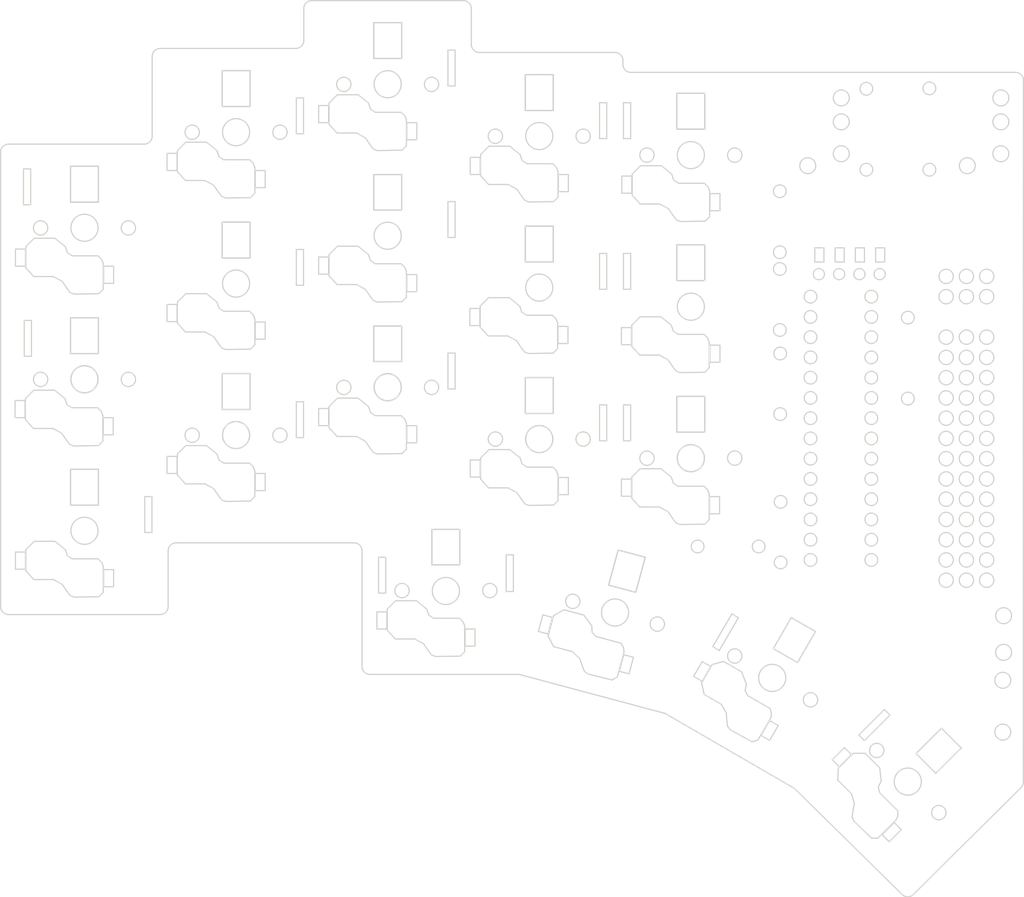
<source format=kicad_pcb>
(kicad_pcb (version 20171130) (host pcbnew 5.1.10-88a1d61d58~90~ubuntu20.04.1)

  (general
    (thickness 1.6)
    (drawings 932)
    (tracks 0)
    (zones 0)
    (modules 0)
    (nets 1)
  )

  (page A4)
  (title_block
    (title "Just Split")
    (date 2021-08-01)
    (rev 0.1)
    (company semicontinuity)
  )

  (layers
    (0 F.Cu signal)
    (31 B.Cu signal)
    (32 B.Adhes user)
    (33 F.Adhes user)
    (34 B.Paste user)
    (35 F.Paste user)
    (36 B.SilkS user)
    (37 F.SilkS user)
    (38 B.Mask user)
    (39 F.Mask user)
    (40 Dwgs.User user)
    (41 Cmts.User user)
    (42 Eco1.User user)
    (43 Eco2.User user)
    (44 Edge.Cuts user)
    (45 Margin user)
    (46 B.CrtYd user)
    (47 F.CrtYd user)
    (48 B.Fab user)
    (49 F.Fab user)
  )

  (setup
    (last_trace_width 0.25)
    (user_trace_width 0.2)
    (user_trace_width 0.5)
    (trace_clearance 0.2)
    (zone_clearance 0.508)
    (zone_45_only no)
    (trace_min 0.2)
    (via_size 0.6)
    (via_drill 0.4)
    (via_min_size 0.4)
    (via_min_drill 0.3)
    (user_via 3 1.6)
    (uvia_size 0.3)
    (uvia_drill 0.1)
    (uvias_allowed no)
    (uvia_min_size 0.2)
    (uvia_min_drill 0.1)
    (edge_width 0.15)
    (segment_width 0.1)
    (pcb_text_width 0.3)
    (pcb_text_size 1.5 1.5)
    (mod_edge_width 0.15)
    (mod_text_size 1 1)
    (mod_text_width 0.15)
    (pad_size 5 5)
    (pad_drill 4.1)
    (pad_to_mask_clearance 0)
    (aux_axis_origin 132.5 103.88)
    (grid_origin 132.5 103.88)
    (visible_elements FFFFF77F)
    (pcbplotparams
      (layerselection 0x01000_7ffffffe)
      (usegerberextensions true)
      (usegerberattributes false)
      (usegerberadvancedattributes false)
      (creategerberjobfile false)
      (excludeedgelayer true)
      (linewidth 0.100000)
      (plotframeref false)
      (viasonmask false)
      (mode 1)
      (useauxorigin false)
      (hpglpennumber 1)
      (hpglpenspeed 20)
      (hpglpendiameter 15.000000)
      (psnegative false)
      (psa4output false)
      (plotreference true)
      (plotvalue true)
      (plotinvisibletext false)
      (padsonsilk false)
      (subtractmaskfromsilk true)
      (outputformat 1)
      (mirror false)
      (drillshape 0)
      (scaleselection 1)
      (outputdirectory "gerber/"))
  )

  (net 0 "")

  (net_class Default "これは標準のネット クラスです。"
    (clearance 0.2)
    (trace_width 0.25)
    (via_dia 0.6)
    (via_drill 0.4)
    (uvia_dia 0.3)
    (uvia_drill 0.1)
  )

  (gr_line (start 183.606802 151.457082) (end 182.722918 150.573198) (layer Edge.Cuts) (width 0.15) (tstamp 61B39229))
  (gr_line (start 185.127082 149.936802) (end 183.606802 151.457082) (layer Edge.Cuts) (width 0.15) (tstamp 61B39228))
  (gr_line (start 182.722918 150.573198) (end 184.243198 149.052918) (layer Edge.Cuts) (width 0.15) (tstamp 61B39227))
  (gr_line (start 184.243198 149.052918) (end 185.127082 149.936802) (layer Edge.Cuts) (width 0.15) (tstamp 61B39226))
  (gr_line (start 175.953766 146.286523) (end 174.878766 148.148477) (layer Edge.Cuts) (width 0.15) (tstamp 61B39211))
  (gr_line (start 174.878766 148.148477) (end 173.796234 147.523477) (layer Edge.Cuts) (width 0.15) (tstamp 61B39210))
  (gr_line (start 174.871234 145.661523) (end 175.953766 146.286523) (layer Edge.Cuts) (width 0.15) (tstamp 61B3920F))
  (gr_line (start 173.796234 147.523477) (end 174.871234 145.661523) (layer Edge.Cuts) (width 0.15) (tstamp 61B3920E))
  (gr_line (start 157.806934 137.728392) (end 157.250473 139.805132) (layer Edge.Cuts) (width 0.15) (tstamp 61B391FF))
  (gr_line (start 156.043066 139.481608) (end 156.599527 137.404868) (layer Edge.Cuts) (width 0.15) (tstamp 61B391FE))
  (gr_line (start 156.599527 137.404868) (end 157.806934 137.728392) (layer Edge.Cuts) (width 0.15) (tstamp 61B391FD))
  (gr_line (start 157.250473 139.805132) (end 156.043066 139.481608) (layer Edge.Cuts) (width 0.15) (tstamp 61B391FC))
  (gr_line (start 147.100473 134.805132) (end 145.893066 134.481608) (layer Edge.Cuts) (width 0.15) (tstamp 61B391F7))
  (gr_line (start 145.893066 134.481608) (end 146.449527 132.404868) (layer Edge.Cuts) (width 0.15) (tstamp 61B391F6))
  (gr_line (start 146.449527 132.404868) (end 147.656934 132.728392) (layer Edge.Cuts) (width 0.15) (tstamp 61B391F5))
  (gr_line (start 147.656934 132.728392) (end 147.100473 134.805132) (layer Edge.Cuts) (width 0.15) (tstamp 61B391F4))
  (gr_line (start 166.428766 140.748477) (end 165.346234 140.123477) (layer Edge.Cuts) (width 0.15) (tstamp 61B391E3))
  (gr_line (start 167.503766 138.886523) (end 166.428766 140.748477) (layer Edge.Cuts) (width 0.15) (tstamp 61B391E2))
  (gr_line (start 165.346234 140.123477) (end 166.421234 138.261523) (layer Edge.Cuts) (width 0.15) (tstamp 61B391E1))
  (gr_line (start 166.421234 138.261523) (end 167.503766 138.886523) (layer Edge.Cuts) (width 0.15) (tstamp 61B391E0))
  (gr_line (start 189.856802 160.857082) (end 188.972918 159.973198) (layer Edge.Cuts) (width 0.15) (tstamp 61B391DB))
  (gr_line (start 188.972918 159.973198) (end 190.493198 158.452918) (layer Edge.Cuts) (width 0.15) (tstamp 61B391DA))
  (gr_line (start 191.377082 159.336802) (end 189.856802 160.857082) (layer Edge.Cuts) (width 0.15) (tstamp 61B391D9))
  (gr_line (start 190.493198 158.452918) (end 191.377082 159.336802) (layer Edge.Cuts) (width 0.15) (tstamp 61B391D8))
  (gr_line (start 136.7 134.18) (end 137.95 134.18) (layer Edge.Cuts) (width 0.15) (tstamp 61B391D3))
  (gr_line (start 137.95 134.18) (end 137.95 136.33) (layer Edge.Cuts) (width 0.15) (tstamp 61B391D2))
  (gr_line (start 136.7 136.33) (end 136.7 134.18) (layer Edge.Cuts) (width 0.15) (tstamp 61B391D1))
  (gr_line (start 137.95 136.33) (end 136.7 136.33) (layer Edge.Cuts) (width 0.15) (tstamp 61B391D0))
  (gr_line (start 125.65 134.18) (end 125.65 132.03) (layer Edge.Cuts) (width 0.15) (tstamp 61B391CB))
  (gr_line (start 126.9 134.18) (end 125.65 134.18) (layer Edge.Cuts) (width 0.15) (tstamp 61B391CA))
  (gr_line (start 126.9 132.03) (end 126.9 134.18) (layer Edge.Cuts) (width 0.15) (tstamp 61B391C9))
  (gr_line (start 125.65 132.03) (end 126.9 132.03) (layer Edge.Cuts) (width 0.15) (tstamp 61B391C8))
  (gr_line (start 100.6 76.68) (end 99.35 76.68) (layer Edge.Cuts) (width 0.15) (tstamp 61B391C3))
  (gr_line (start 99.35 74.53) (end 100.6 74.53) (layer Edge.Cuts) (width 0.15) (tstamp 61B391C2))
  (gr_line (start 100.6 74.53) (end 100.6 76.68) (layer Edge.Cuts) (width 0.15) (tstamp 61B391C1))
  (gr_line (start 99.35 76.68) (end 99.35 74.53) (layer Edge.Cuts) (width 0.15) (tstamp 61B391C0))
  (gr_line (start 111.65 78.83) (end 110.4 78.83) (layer Edge.Cuts) (width 0.15) (tstamp 61B391BB))
  (gr_line (start 111.65 76.68) (end 111.65 78.83) (layer Edge.Cuts) (width 0.15) (tstamp 61B391BA))
  (gr_line (start 110.4 78.83) (end 110.4 76.68) (layer Edge.Cuts) (width 0.15) (tstamp 61B391B9))
  (gr_line (start 110.4 76.68) (end 111.65 76.68) (layer Edge.Cuts) (width 0.15) (tstamp 61B391B8))
  (gr_line (start 118.35 68.53) (end 119.6 68.53) (layer Edge.Cuts) (width 0.15) (tstamp 61B391B3))
  (gr_line (start 119.6 70.68) (end 118.35 70.68) (layer Edge.Cuts) (width 0.15) (tstamp 61B391B2))
  (gr_line (start 118.35 70.68) (end 118.35 68.53) (layer Edge.Cuts) (width 0.15) (tstamp 61B391B1))
  (gr_line (start 119.6 68.53) (end 119.6 70.68) (layer Edge.Cuts) (width 0.15) (tstamp 61B391B0))
  (gr_line (start 129.4 70.68) (end 130.65 70.68) (layer Edge.Cuts) (width 0.15) (tstamp 61B391AB))
  (gr_line (start 130.65 70.68) (end 130.65 72.83) (layer Edge.Cuts) (width 0.15) (tstamp 61B391AA))
  (gr_line (start 129.4 72.83) (end 129.4 70.68) (layer Edge.Cuts) (width 0.15) (tstamp 61B391A9))
  (gr_line (start 130.65 72.83) (end 129.4 72.83) (layer Edge.Cuts) (width 0.15) (tstamp 61B391A8))
  (gr_line (start 137.35 77.18) (end 137.35 75.03) (layer Edge.Cuts) (width 0.15) (tstamp 61B391A3))
  (gr_line (start 138.6 75.03) (end 138.6 77.18) (layer Edge.Cuts) (width 0.15) (tstamp 61B391A2))
  (gr_line (start 138.6 77.18) (end 137.35 77.18) (layer Edge.Cuts) (width 0.15) (tstamp 61B391A1))
  (gr_line (start 137.35 75.03) (end 138.6 75.03) (layer Edge.Cuts) (width 0.15) (tstamp 61B391A0))
  (gr_line (start 148.4 77.18) (end 149.65 77.18) (layer Edge.Cuts) (width 0.15) (tstamp 61B3919B))
  (gr_line (start 149.65 77.18) (end 149.65 79.33) (layer Edge.Cuts) (width 0.15) (tstamp 61B3919A))
  (gr_line (start 148.4 79.33) (end 148.4 77.18) (layer Edge.Cuts) (width 0.15) (tstamp 61B39199))
  (gr_line (start 149.65 79.33) (end 148.4 79.33) (layer Edge.Cuts) (width 0.15) (tstamp 61B39198))
  (gr_line (start 156.35 79.53) (end 156.35 77.38) (layer Edge.Cuts) (width 0.15) (tstamp 61B39193))
  (gr_line (start 157.6 79.53) (end 156.35 79.53) (layer Edge.Cuts) (width 0.15) (tstamp 61B39192))
  (gr_line (start 156.35 77.38) (end 157.6 77.38) (layer Edge.Cuts) (width 0.15) (tstamp 61B39191))
  (gr_line (start 157.6 77.38) (end 157.6 79.53) (layer Edge.Cuts) (width 0.15) (tstamp 61B39190))
  (gr_line (start 168.65 81.73) (end 167.4 81.73) (layer Edge.Cuts) (width 0.15) (tstamp 61B3918B))
  (gr_line (start 167.4 81.73) (end 167.4 79.58) (layer Edge.Cuts) (width 0.15) (tstamp 61B3918A))
  (gr_line (start 167.4 79.58) (end 168.65 79.58) (layer Edge.Cuts) (width 0.15) (tstamp 61B39189))
  (gr_line (start 168.65 79.58) (end 168.65 81.73) (layer Edge.Cuts) (width 0.15) (tstamp 61B39188))
  (gr_line (start 167.4 100.73) (end 167.4 98.58) (layer Edge.Cuts) (width 0.15) (tstamp 61B39183))
  (gr_line (start 168.65 100.73) (end 167.4 100.73) (layer Edge.Cuts) (width 0.15) (tstamp 61B39182))
  (gr_line (start 167.4 98.58) (end 168.65 98.58) (layer Edge.Cuts) (width 0.15) (tstamp 61B39181))
  (gr_line (start 168.65 98.58) (end 168.65 100.73) (layer Edge.Cuts) (width 0.15) (tstamp 61B39180))
  (gr_line (start 157.55 96.38) (end 157.55 98.53) (layer Edge.Cuts) (width 0.15) (tstamp 61B3917B))
  (gr_line (start 157.55 98.53) (end 156.3 98.53) (layer Edge.Cuts) (width 0.15) (tstamp 61B3917A))
  (gr_line (start 156.3 96.38) (end 157.55 96.38) (layer Edge.Cuts) (width 0.15) (tstamp 61B39179))
  (gr_line (start 156.3 98.53) (end 156.3 96.38) (layer Edge.Cuts) (width 0.15) (tstamp 61B39178))
  (gr_line (start 148.35 98.38) (end 148.35 96.23) (layer Edge.Cuts) (width 0.15) (tstamp 61B39173))
  (gr_line (start 149.6 98.38) (end 148.35 98.38) (layer Edge.Cuts) (width 0.15) (tstamp 61B39172))
  (gr_line (start 148.35 96.23) (end 149.6 96.23) (layer Edge.Cuts) (width 0.15) (tstamp 61B39171))
  (gr_line (start 149.6 96.23) (end 149.6 98.38) (layer Edge.Cuts) (width 0.15) (tstamp 61B39170))
  (gr_line (start 138.55 93.98) (end 138.55 96.13) (layer Edge.Cuts) (width 0.15) (tstamp 61B3916B))
  (gr_line (start 137.3 96.13) (end 137.3 93.98) (layer Edge.Cuts) (width 0.15) (tstamp 61B3916A))
  (gr_line (start 137.3 93.98) (end 138.55 93.98) (layer Edge.Cuts) (width 0.15) (tstamp 61B39169))
  (gr_line (start 138.55 96.13) (end 137.3 96.13) (layer Edge.Cuts) (width 0.15) (tstamp 61B39168))
  (gr_line (start 129.4 89.73) (end 130.65 89.73) (layer Edge.Cuts) (width 0.15) (tstamp 61B39163))
  (gr_line (start 129.4 91.88) (end 129.4 89.73) (layer Edge.Cuts) (width 0.15) (tstamp 61B39162))
  (gr_line (start 130.65 91.88) (end 129.4 91.88) (layer Edge.Cuts) (width 0.15) (tstamp 61B39161))
  (gr_line (start 130.65 89.73) (end 130.65 91.88) (layer Edge.Cuts) (width 0.15) (tstamp 61B39160))
  (gr_line (start 119.6 87.53) (end 119.6 89.68) (layer Edge.Cuts) (width 0.15) (tstamp 61B39158))
  (gr_line (start 119.6 89.68) (end 118.35 89.68) (layer Edge.Cuts) (width 0.15) (tstamp 61B39157))
  (gr_line (start 118.35 89.68) (end 118.35 87.53) (layer Edge.Cuts) (width 0.15) (tstamp 61B39156))
  (gr_line (start 118.35 87.53) (end 119.6 87.53) (layer Edge.Cuts) (width 0.15) (tstamp 61B39155))
  (gr_line (start 129.4 108.68) (end 130.65 108.68) (layer Edge.Cuts) (width 0.15) (tstamp 61B39150))
  (gr_line (start 129.4 110.83) (end 129.4 108.68) (layer Edge.Cuts) (width 0.15) (tstamp 61B3914F))
  (gr_line (start 130.65 110.83) (end 129.4 110.83) (layer Edge.Cuts) (width 0.15) (tstamp 61B3914E))
  (gr_line (start 130.65 108.68) (end 130.65 110.83) (layer Edge.Cuts) (width 0.15) (tstamp 61B3914D))
  (gr_line (start 119.6 108.68) (end 118.35 108.68) (layer Edge.Cuts) (width 0.15) (tstamp 61B39148))
  (gr_line (start 118.35 108.68) (end 118.35 106.53) (layer Edge.Cuts) (width 0.15) (tstamp 61B39147))
  (gr_line (start 118.35 106.53) (end 119.6 106.53) (layer Edge.Cuts) (width 0.15) (tstamp 61B39146))
  (gr_line (start 119.6 106.53) (end 119.6 108.68) (layer Edge.Cuts) (width 0.15) (tstamp 61B39145))
  (gr_line (start 110.4 97.83) (end 110.4 95.68) (layer Edge.Cuts) (width 0.15) (tstamp 61B39140))
  (gr_line (start 111.65 97.83) (end 110.4 97.83) (layer Edge.Cuts) (width 0.15) (tstamp 61B3913F))
  (gr_line (start 111.65 95.68) (end 111.65 97.83) (layer Edge.Cuts) (width 0.15) (tstamp 61B3913E))
  (gr_line (start 110.4 95.68) (end 111.65 95.68) (layer Edge.Cuts) (width 0.15) (tstamp 61B3913D))
  (gr_line (start 99.35 95.63) (end 99.35 93.48) (layer Edge.Cuts) (width 0.15) (tstamp 61B39138))
  (gr_line (start 100.6 95.63) (end 99.35 95.63) (layer Edge.Cuts) (width 0.15) (tstamp 61B39137))
  (gr_line (start 100.6 93.48) (end 100.6 95.63) (layer Edge.Cuts) (width 0.15) (tstamp 61B39136))
  (gr_line (start 99.35 93.48) (end 100.6 93.48) (layer Edge.Cuts) (width 0.15) (tstamp 61B39135))
  (gr_line (start 91.4 88.68) (end 92.65 88.68) (layer Edge.Cuts) (width 0.15) (tstamp 61B39130))
  (gr_line (start 92.65 88.68) (end 92.65 90.83) (layer Edge.Cuts) (width 0.15) (tstamp 61B3912F))
  (gr_line (start 92.65 90.83) (end 91.4 90.83) (layer Edge.Cuts) (width 0.15) (tstamp 61B3912E))
  (gr_line (start 91.4 90.83) (end 91.4 88.68) (layer Edge.Cuts) (width 0.15) (tstamp 61B3912D))
  (gr_line (start 80.35 86.53) (end 81.6 86.53) (layer Edge.Cuts) (width 0.15) (tstamp 61B39089))
  (gr_line (start 81.6 88.68) (end 80.35 88.68) (layer Edge.Cuts) (width 0.15) (tstamp 61B39088))
  (gr_line (start 80.35 88.68) (end 80.35 86.53) (layer Edge.Cuts) (width 0.15) (tstamp 61B39087))
  (gr_line (start 81.6 86.53) (end 81.6 88.68) (layer Edge.Cuts) (width 0.15) (tstamp 61B39086))
  (gr_line (start 91.35 109.83) (end 91.35 107.68) (layer Edge.Cuts) (width 0.15) (tstamp 61B39081))
  (gr_line (start 92.6 107.68) (end 92.6 109.83) (layer Edge.Cuts) (width 0.15) (tstamp 61B39080))
  (gr_line (start 92.6 109.83) (end 91.35 109.83) (layer Edge.Cuts) (width 0.15) (tstamp 61B3907F))
  (gr_line (start 91.35 107.68) (end 92.6 107.68) (layer Edge.Cuts) (width 0.15) (tstamp 61B3907E))
  (gr_line (start 81.55 105.53) (end 81.55 107.68) (layer Edge.Cuts) (width 0.15) (tstamp 61B39079))
  (gr_line (start 80.3 105.53) (end 81.55 105.53) (layer Edge.Cuts) (width 0.15) (tstamp 61B39078))
  (gr_line (start 81.55 107.68) (end 80.3 107.68) (layer Edge.Cuts) (width 0.15) (tstamp 61B39077))
  (gr_line (start 80.3 107.68) (end 80.3 105.53) (layer Edge.Cuts) (width 0.15) (tstamp 61B39076))
  (gr_line (start 80.35 126.68) (end 80.35 124.53) (layer Edge.Cuts) (width 0.15) (tstamp 61B39071))
  (gr_line (start 81.6 124.53) (end 81.6 126.68) (layer Edge.Cuts) (width 0.15) (tstamp 61B39070))
  (gr_line (start 80.35 124.53) (end 81.6 124.53) (layer Edge.Cuts) (width 0.15) (tstamp 61B3906F))
  (gr_line (start 81.6 126.68) (end 80.35 126.68) (layer Edge.Cuts) (width 0.15) (tstamp 61B3906E))
  (gr_line (start 92.65 126.73) (end 92.65 128.88) (layer Edge.Cuts) (width 0.15) (tstamp 61B39069))
  (gr_line (start 91.4 126.73) (end 92.65 126.73) (layer Edge.Cuts) (width 0.15) (tstamp 61B39068))
  (gr_line (start 92.65 128.88) (end 91.4 128.88) (layer Edge.Cuts) (width 0.15) (tstamp 61B39067))
  (gr_line (start 91.4 128.88) (end 91.4 126.73) (layer Edge.Cuts) (width 0.15) (tstamp 61B39066))
  (gr_line (start 100.6 114.68) (end 99.35 114.68) (layer Edge.Cuts) (width 0.15) (tstamp 61B39061))
  (gr_line (start 99.35 112.53) (end 100.6 112.53) (layer Edge.Cuts) (width 0.15) (tstamp 61B39060))
  (gr_line (start 100.6 112.53) (end 100.6 114.68) (layer Edge.Cuts) (width 0.15) (tstamp 61B3905F))
  (gr_line (start 99.35 114.68) (end 99.35 112.53) (layer Edge.Cuts) (width 0.15) (tstamp 61B3905E))
  (gr_line (start 111.65 114.68) (end 111.65 116.83) (layer Edge.Cuts) (width 0.15) (tstamp 61B39059))
  (gr_line (start 111.65 116.83) (end 110.4 116.83) (layer Edge.Cuts) (width 0.15) (tstamp 61B39058))
  (gr_line (start 110.4 114.68) (end 111.65 114.68) (layer Edge.Cuts) (width 0.15) (tstamp 61B39057))
  (gr_line (start 110.4 116.83) (end 110.4 114.68) (layer Edge.Cuts) (width 0.15) (tstamp 61B39056))
  (gr_line (start 137.35 112.98) (end 138.6 112.98) (layer Edge.Cuts) (width 0.15) (tstamp 61B39051))
  (gr_line (start 138.6 112.98) (end 138.6 115.13) (layer Edge.Cuts) (width 0.15) (tstamp 61B39050))
  (gr_line (start 138.6 115.13) (end 137.35 115.13) (layer Edge.Cuts) (width 0.15) (tstamp 61B3904F))
  (gr_line (start 137.35 115.13) (end 137.35 112.98) (layer Edge.Cuts) (width 0.15) (tstamp 61B3904E))
  (gr_line (start 149.65 115.18) (end 149.65 117.33) (layer Edge.Cuts) (width 0.15) (tstamp 61B39049))
  (gr_line (start 149.65 117.33) (end 148.4 117.33) (layer Edge.Cuts) (width 0.15) (tstamp 61B39048))
  (gr_line (start 148.4 117.33) (end 148.4 115.18) (layer Edge.Cuts) (width 0.15) (tstamp 61B39047))
  (gr_line (start 148.4 115.18) (end 149.65 115.18) (layer Edge.Cuts) (width 0.15) (tstamp 61B39046))
  (gr_line (start 156.3 115.38) (end 157.55 115.38) (layer Edge.Cuts) (width 0.15) (tstamp 61B39041))
  (gr_line (start 157.55 115.38) (end 157.55 117.53) (layer Edge.Cuts) (width 0.15) (tstamp 61B39040))
  (gr_line (start 157.55 117.53) (end 156.3 117.53) (layer Edge.Cuts) (width 0.15) (tstamp 61B3903F))
  (gr_line (start 156.3 117.53) (end 156.3 115.38) (layer Edge.Cuts) (width 0.15) (tstamp 61B3903E))
  (gr_line (start 168.6 119.73) (end 167.35 119.73) (layer Edge.Cuts) (width 0.15) (tstamp 61B39034))
  (gr_line (start 168.6 117.58) (end 168.6 119.73) (layer Edge.Cuts) (width 0.15))
  (gr_line (start 167.35 117.58) (end 168.6 117.58) (layer Edge.Cuts) (width 0.15))
  (gr_line (start 167.35 119.73) (end 167.35 117.58) (layer Edge.Cuts) (width 0.15))
  (gr_circle (center 192.2 105.28) (end 193 105.28) (layer Edge.Cuts) (width 0.15) (tstamp 61B3899D))
  (gr_circle (center 192.2 95.13) (end 193 95.13) (layer Edge.Cuts) (width 0.15) (tstamp 61B3899B))
  (gr_circle (center 194.9 76.58) (end 195.7 76.58) (layer Edge.Cuts) (width 0.15) (tstamp 61B38999))
  (gr_circle (center 194.9 66.38) (end 195.7 66.38) (layer Edge.Cuts) (width 0.15) (tstamp 61B38997))
  (gr_circle (center 187 66.43) (end 187.8 66.43) (layer Edge.Cuts) (width 0.15) (tstamp 61B38995))
  (gr_circle (center 187 76.58) (end 187.8 76.58) (layer Edge.Cuts) (width 0.15) (tstamp 61B38993))
  (gr_circle (center 176.15 79.28) (end 176.95 79.28) (layer Edge.Cuts) (width 0.15) (tstamp 61B38991))
  (gr_circle (center 176.15 86.93) (end 176.95 86.93) (layer Edge.Cuts) (width 0.15) (tstamp 61B3898F))
  (gr_circle (center 176.15 89.03) (end 176.95 89.03) (layer Edge.Cuts) (width 0.15) (tstamp 61B3898D))
  (gr_circle (center 176.15 96.68) (end 176.95 96.68) (layer Edge.Cuts) (width 0.15) (tstamp 61B3898B))
  (gr_circle (center 176.2 99.63) (end 177 99.63) (layer Edge.Cuts) (width 0.15) (tstamp 61B38989))
  (gr_circle (center 176.2 107.23) (end 177 107.23) (layer Edge.Cuts) (width 0.15) (tstamp 61B38987))
  (gr_circle (center 176.25 118.23) (end 177.05 118.23) (layer Edge.Cuts) (width 0.15) (tstamp 61B38985))
  (gr_circle (center 176.25 125.83) (end 177.05 125.83) (layer Edge.Cuts) (width 0.15) (tstamp 61B38983))
  (gr_circle (center 173.5 123.83) (end 174.3 123.83) (layer Edge.Cuts) (width 0.15) (tstamp 61B38981))
  (gr_circle (center 165.85 123.83) (end 166.65 123.83) (layer Edge.Cuts) (width 0.15) (tstamp 61B3897F))
  (gr_line (start 185.423654 158.253402) (end 187.651041 160.410078) (layer Edge.Cuts) (width 0.15) (tstamp 61B24B06))
  (gr_line (start 188.676346 151.606598) (end 186.837868 149.76812) (layer Edge.Cuts) (width 0.15) (tstamp 61B24B05))
  (gr_line (start 183.4084 153.126878) (end 185.140812 154.859289) (layer Edge.Cuts) (width 0.15) (tstamp 61B24B04))
  (gr_line (start 190.726955 158.111981) (end 190.939087 157.617006) (layer Edge.Cuts) (width 0.15) (tstamp 61B24B03))
  (gr_line (start 186.837868 149.76812) (end 185.352944 149.76812) (layer Edge.Cuts) (width 0.15) (tstamp 61B24B02))
  (gr_line (start 183.479111 151.641953) (end 183.4084 153.126878) (layer Edge.Cuts) (width 0.15) (tstamp 61B24B01))
  (gr_line (start 185.211522 157.758427) (end 185.423654 158.253402) (layer Edge.Cuts) (width 0.15) (tstamp 61B24B00))
  (gr_line (start 188.853122 153.268299) (end 188.676346 151.606598) (layer Edge.Cuts) (width 0.15) (tstamp 61B24AFF))
  (gr_line (start 187.651041 160.410078) (end 188.428858 160.410078) (layer Edge.Cuts) (width 0.15) (tstamp 61B24AFE))
  (gr_line (start 188.64099 154.682513) (end 188.499569 153.975406) (layer Edge.Cuts) (width 0.15) (tstamp 61B24AFD))
  (gr_line (start 190.939087 157.617006) (end 190.939087 156.98061) (layer Edge.Cuts) (width 0.15) (tstamp 61B24AFC))
  (gr_line (start 190.939087 156.98061) (end 188.64099 154.682513) (layer Edge.Cuts) (width 0.15) (tstamp 61B24AFB))
  (gr_line (start 185.352944 149.76812) (end 183.479111 151.641953) (layer Edge.Cuts) (width 0.15) (tstamp 61B24AFA))
  (gr_line (start 188.499569 153.975406) (end 188.853122 153.268299) (layer Edge.Cuts) (width 0.15) (tstamp 61B24AF9))
  (gr_line (start 185.494365 156.061371) (end 185.282233 157.192742) (layer Edge.Cuts) (width 0.15) (tstamp 61B24AF8))
  (gr_line (start 185.140812 154.859289) (end 185.494365 156.061371) (layer Edge.Cuts) (width 0.15) (tstamp 61B24AF7))
  (gr_line (start 188.428858 160.410078) (end 190.726955 158.111981) (layer Edge.Cuts) (width 0.15) (tstamp 61B24AF6))
  (gr_line (start 185.282233 157.192742) (end 185.211522 157.758427) (layer Edge.Cuts) (width 0.15) (tstamp 61B24AF5))
  (gr_line (start 169.93923 146.811089) (end 172.648909 148.317788) (layer Edge.Cuts) (width 0.15) (tstamp 61B24B06))
  (gr_line (start 171.36077 139.548911) (end 169.109103 138.248911) (layer Edge.Cuts) (width 0.15) (tstamp 61B24B05))
  (gr_line (start 166.665802 142.380833) (end 168.787564 143.605833) (layer Edge.Cuts) (width 0.15) (tstamp 61B24B04))
  (gr_line (start 175.025223 145.301891) (end 175.102018 144.768878) (layer Edge.Cuts) (width 0.15) (tstamp 61B24B03))
  (gr_line (start 169.109103 138.248911) (end 167.674777 138.633238) (layer Edge.Cuts) (width 0.15) (tstamp 61B24B02))
  (gr_line (start 166.349777 140.928205) (end 166.665802 142.380833) (layer Edge.Cuts) (width 0.15) (tstamp 61B24B01))
  (gr_line (start 169.606218 146.387884) (end 169.93923 146.811089) (layer Edge.Cuts) (width 0.15) (tstamp 61B24B00))
  (gr_line (start 171.961603 141.108238) (end 171.36077 139.548911) (layer Edge.Cuts) (width 0.15) (tstamp 61B24AFF))
  (gr_line (start 172.648909 148.317788) (end 173.400223 148.116474) (layer Edge.Cuts) (width 0.15) (tstamp 61B24AFE))
  (gr_line (start 172.122724 142.529167) (end 171.803109 141.882757) (layer Edge.Cuts) (width 0.15) (tstamp 61B24AFD))
  (gr_line (start 175.102018 144.768878) (end 174.937307 144.154167) (layer Edge.Cuts) (width 0.15) (tstamp 61B24AFC))
  (gr_line (start 174.937307 144.154167) (end 172.122724 142.529167) (layer Edge.Cuts) (width 0.15) (tstamp 61B24AFB))
  (gr_line (start 167.674777 138.633238) (end 166.349777 140.928205) (layer Edge.Cuts) (width 0.15) (tstamp 61B24AFA))
  (gr_line (start 171.803109 141.882757) (end 171.961603 141.108238) (layer Edge.Cuts) (width 0.15) (tstamp 61B24AF9))
  (gr_line (start 169.440192 144.675448) (end 169.528109 145.823172) (layer Edge.Cuts) (width 0.15) (tstamp 61B24AF8))
  (gr_line (start 168.787564 143.605833) (end 169.440192 144.675448) (layer Edge.Cuts) (width 0.15) (tstamp 61B24AF7))
  (gr_line (start 173.400223 148.116474) (end 175.025223 145.301891) (layer Edge.Cuts) (width 0.15) (tstamp 61B24AF6))
  (gr_line (start 169.528109 145.823172) (end 169.606218 146.387884) (layer Edge.Cuts) (width 0.15) (tstamp 61B24AF5))
  (gr_line (start 152.103244 139.821323) (end 155.110555 140.575366) (layer Edge.Cuts) (width 0.15) (tstamp 61B24B06))
  (gr_line (start 151.596756 132.438677) (end 149.085349 131.765747) (layer Edge.Cuts) (width 0.15) (tstamp 61B24B05))
  (gr_line (start 147.794721 136.38925) (end 150.161239 137.023357) (layer Edge.Cuts) (width 0.15) (tstamp 61B24B04))
  (gr_line (start 156.625327 137.047198) (end 156.561551 136.512472) (layer Edge.Cuts) (width 0.15) (tstamp 61B24B03))
  (gr_line (start 149.085349 131.765747) (end 147.799366 132.508209) (layer Edge.Cuts) (width 0.15) (tstamp 61B24B02))
  (gr_line (start 147.113496 135.067913) (end 147.794721 136.38925) (layer Edge.Cuts) (width 0.15) (tstamp 61B24B01))
  (gr_line (start 151.672045 139.498729) (end 152.103244 139.821323) (layer Edge.Cuts) (width 0.15) (tstamp 61B24B00))
  (gr_line (start 152.580699 133.789364) (end 151.596756 132.438677) (layer Edge.Cuts) (width 0.15) (tstamp 61B24AFF))
  (gr_line (start 155.110555 140.575366) (end 155.784165 140.186457) (layer Edge.Cuts) (width 0.15) (tstamp 61B24AFE))
  (gr_line (start 153.104094 135.120175) (end 152.628066 134.578513) (layer Edge.Cuts) (width 0.15) (tstamp 61B24AFD))
  (gr_line (start 156.561551 136.512472) (end 156.243353 135.961336) (layer Edge.Cuts) (width 0.15) (tstamp 61B24AFC))
  (gr_line (start 156.243353 135.961336) (end 153.104094 135.120175) (layer Edge.Cuts) (width 0.15) (tstamp 61B24AFB))
  (gr_line (start 147.799366 132.508209) (end 147.113496 135.067913) (layer Edge.Cuts) (width 0.15) (tstamp 61B24AFA))
  (gr_line (start 152.628066 134.578513) (end 152.580699 133.789364) (layer Edge.Cuts) (width 0.15) (tstamp 61B24AF9))
  (gr_line (start 151.068466 137.887613) (end 151.45044 138.973475) (layer Edge.Cuts) (width 0.15) (tstamp 61B24AF8))
  (gr_line (start 150.161239 137.023357) (end 151.068466 137.887613) (layer Edge.Cuts) (width 0.15) (tstamp 61B24AF7))
  (gr_line (start 155.784165 140.186457) (end 156.625327 137.047198) (layer Edge.Cuts) (width 0.15) (tstamp 61B24AF6))
  (gr_line (start 151.45044 138.973475) (end 151.672045 139.498729) (layer Edge.Cuts) (width 0.15) (tstamp 61B24AF5))
  (gr_line (start 133 137.63) (end 136.1 137.58) (layer Edge.Cuts) (width 0.15) (tstamp 61B24B06))
  (gr_line (start 130.6 130.63) (end 128 130.63) (layer Edge.Cuts) (width 0.15) (tstamp 61B24B05))
  (gr_line (start 127.95 135.43) (end 130.4 135.43) (layer Edge.Cuts) (width 0.15) (tstamp 61B24B04))
  (gr_line (start 136.65 133.78) (end 136.45 133.28) (layer Edge.Cuts) (width 0.15) (tstamp 61B24B03))
  (gr_line (start 128 130.63) (end 126.95 131.68) (layer Edge.Cuts) (width 0.15) (tstamp 61B24B02))
  (gr_line (start 126.95 134.33) (end 127.95 135.43) (layer Edge.Cuts) (width 0.15) (tstamp 61B24B01))
  (gr_line (start 132.5 137.43) (end 133 137.63) (layer Edge.Cuts) (width 0.15) (tstamp 61B24B00))
  (gr_line (start 131.9 131.68) (end 130.6 130.63) (layer Edge.Cuts) (width 0.15) (tstamp 61B24AFF))
  (gr_line (start 136.1 137.58) (end 136.65 137.03) (layer Edge.Cuts) (width 0.15) (tstamp 61B24AFE))
  (gr_line (start 132.75 132.83) (end 132.15 132.43) (layer Edge.Cuts) (width 0.15) (tstamp 61B24AFD))
  (gr_line (start 136.45 133.28) (end 136 132.83) (layer Edge.Cuts) (width 0.15) (tstamp 61B24AFC))
  (gr_line (start 136 132.83) (end 132.75 132.83) (layer Edge.Cuts) (width 0.15) (tstamp 61B24AFB))
  (gr_line (start 126.95 131.68) (end 126.95 134.33) (layer Edge.Cuts) (width 0.15) (tstamp 61B24AFA))
  (gr_line (start 132.15 132.43) (end 131.9 131.68) (layer Edge.Cuts) (width 0.15) (tstamp 61B24AF9))
  (gr_line (start 131.5 136.03) (end 132.15 136.98) (layer Edge.Cuts) (width 0.15) (tstamp 61B24AF8))
  (gr_line (start 130.4 135.43) (end 131.5 136.03) (layer Edge.Cuts) (width 0.15) (tstamp 61B24AF7))
  (gr_line (start 136.65 137.03) (end 136.65 133.78) (layer Edge.Cuts) (width 0.15) (tstamp 61B24AF6))
  (gr_line (start 132.15 136.98) (end 132.5 137.43) (layer Edge.Cuts) (width 0.15) (tstamp 61B24AF5))
  (gr_line (start 163.65 121.08) (end 166.75 121.03) (layer Edge.Cuts) (width 0.15) (tstamp 61B24B06))
  (gr_line (start 161.25 114.08) (end 158.65 114.08) (layer Edge.Cuts) (width 0.15) (tstamp 61B24B05))
  (gr_line (start 158.6 118.88) (end 161.05 118.88) (layer Edge.Cuts) (width 0.15) (tstamp 61B24B04))
  (gr_line (start 167.3 117.23) (end 167.1 116.73) (layer Edge.Cuts) (width 0.15) (tstamp 61B24B03))
  (gr_line (start 158.65 114.08) (end 157.6 115.13) (layer Edge.Cuts) (width 0.15) (tstamp 61B24B02))
  (gr_line (start 157.6 117.78) (end 158.6 118.88) (layer Edge.Cuts) (width 0.15) (tstamp 61B24B01))
  (gr_line (start 163.15 120.88) (end 163.65 121.08) (layer Edge.Cuts) (width 0.15) (tstamp 61B24B00))
  (gr_line (start 162.55 115.13) (end 161.25 114.08) (layer Edge.Cuts) (width 0.15) (tstamp 61B24AFF))
  (gr_line (start 166.75 121.03) (end 167.3 120.48) (layer Edge.Cuts) (width 0.15) (tstamp 61B24AFE))
  (gr_line (start 163.4 116.28) (end 162.8 115.88) (layer Edge.Cuts) (width 0.15) (tstamp 61B24AFD))
  (gr_line (start 167.1 116.73) (end 166.65 116.28) (layer Edge.Cuts) (width 0.15) (tstamp 61B24AFC))
  (gr_line (start 166.65 116.28) (end 163.4 116.28) (layer Edge.Cuts) (width 0.15) (tstamp 61B24AFB))
  (gr_line (start 157.6 115.13) (end 157.6 117.78) (layer Edge.Cuts) (width 0.15) (tstamp 61B24AFA))
  (gr_line (start 162.8 115.88) (end 162.55 115.13) (layer Edge.Cuts) (width 0.15) (tstamp 61B24AF9))
  (gr_line (start 162.15 119.48) (end 162.8 120.43) (layer Edge.Cuts) (width 0.15) (tstamp 61B24AF8))
  (gr_line (start 161.05 118.88) (end 162.15 119.48) (layer Edge.Cuts) (width 0.15) (tstamp 61B24AF7))
  (gr_line (start 167.3 120.48) (end 167.3 117.23) (layer Edge.Cuts) (width 0.15) (tstamp 61B24AF6))
  (gr_line (start 162.8 120.43) (end 163.15 120.88) (layer Edge.Cuts) (width 0.15) (tstamp 61B24AF5))
  (gr_line (start 144.7 118.68) (end 147.8 118.63) (layer Edge.Cuts) (width 0.15) (tstamp 61B24B06))
  (gr_line (start 142.3 111.68) (end 139.7 111.68) (layer Edge.Cuts) (width 0.15) (tstamp 61B24B05))
  (gr_line (start 139.65 116.48) (end 142.1 116.48) (layer Edge.Cuts) (width 0.15) (tstamp 61B24B04))
  (gr_line (start 148.35 114.83) (end 148.15 114.33) (layer Edge.Cuts) (width 0.15) (tstamp 61B24B03))
  (gr_line (start 139.7 111.68) (end 138.65 112.73) (layer Edge.Cuts) (width 0.15) (tstamp 61B24B02))
  (gr_line (start 138.65 115.38) (end 139.65 116.48) (layer Edge.Cuts) (width 0.15) (tstamp 61B24B01))
  (gr_line (start 144.2 118.48) (end 144.7 118.68) (layer Edge.Cuts) (width 0.15) (tstamp 61B24B00))
  (gr_line (start 143.6 112.73) (end 142.3 111.68) (layer Edge.Cuts) (width 0.15) (tstamp 61B24AFF))
  (gr_line (start 147.8 118.63) (end 148.35 118.08) (layer Edge.Cuts) (width 0.15) (tstamp 61B24AFE))
  (gr_line (start 144.45 113.88) (end 143.85 113.48) (layer Edge.Cuts) (width 0.15) (tstamp 61B24AFD))
  (gr_line (start 148.15 114.33) (end 147.7 113.88) (layer Edge.Cuts) (width 0.15) (tstamp 61B24AFC))
  (gr_line (start 147.7 113.88) (end 144.45 113.88) (layer Edge.Cuts) (width 0.15) (tstamp 61B24AFB))
  (gr_line (start 138.65 112.73) (end 138.65 115.38) (layer Edge.Cuts) (width 0.15) (tstamp 61B24AFA))
  (gr_line (start 143.85 113.48) (end 143.6 112.73) (layer Edge.Cuts) (width 0.15) (tstamp 61B24AF9))
  (gr_line (start 143.2 117.08) (end 143.85 118.03) (layer Edge.Cuts) (width 0.15) (tstamp 61B24AF8))
  (gr_line (start 142.1 116.48) (end 143.2 117.08) (layer Edge.Cuts) (width 0.15) (tstamp 61B24AF7))
  (gr_line (start 148.35 118.08) (end 148.35 114.83) (layer Edge.Cuts) (width 0.15) (tstamp 61B24AF6))
  (gr_line (start 143.85 118.03) (end 144.2 118.48) (layer Edge.Cuts) (width 0.15) (tstamp 61B24AF5))
  (gr_line (start 125.7 112.23) (end 128.8 112.18) (layer Edge.Cuts) (width 0.15) (tstamp 61B24B06))
  (gr_line (start 123.3 105.23) (end 120.7 105.23) (layer Edge.Cuts) (width 0.15) (tstamp 61B24B05))
  (gr_line (start 120.65 110.03) (end 123.1 110.03) (layer Edge.Cuts) (width 0.15) (tstamp 61B24B04))
  (gr_line (start 129.35 108.38) (end 129.15 107.88) (layer Edge.Cuts) (width 0.15) (tstamp 61B24B03))
  (gr_line (start 120.7 105.23) (end 119.65 106.28) (layer Edge.Cuts) (width 0.15) (tstamp 61B24B02))
  (gr_line (start 119.65 108.93) (end 120.65 110.03) (layer Edge.Cuts) (width 0.15) (tstamp 61B24B01))
  (gr_line (start 125.2 112.03) (end 125.7 112.23) (layer Edge.Cuts) (width 0.15) (tstamp 61B24B00))
  (gr_line (start 124.6 106.28) (end 123.3 105.23) (layer Edge.Cuts) (width 0.15) (tstamp 61B24AFF))
  (gr_line (start 128.8 112.18) (end 129.35 111.63) (layer Edge.Cuts) (width 0.15) (tstamp 61B24AFE))
  (gr_line (start 125.45 107.43) (end 124.85 107.03) (layer Edge.Cuts) (width 0.15) (tstamp 61B24AFD))
  (gr_line (start 129.15 107.88) (end 128.7 107.43) (layer Edge.Cuts) (width 0.15) (tstamp 61B24AFC))
  (gr_line (start 128.7 107.43) (end 125.45 107.43) (layer Edge.Cuts) (width 0.15) (tstamp 61B24AFB))
  (gr_line (start 119.65 106.28) (end 119.65 108.93) (layer Edge.Cuts) (width 0.15) (tstamp 61B24AFA))
  (gr_line (start 124.85 107.03) (end 124.6 106.28) (layer Edge.Cuts) (width 0.15) (tstamp 61B24AF9))
  (gr_line (start 124.2 110.63) (end 124.85 111.58) (layer Edge.Cuts) (width 0.15) (tstamp 61B24AF8))
  (gr_line (start 123.1 110.03) (end 124.2 110.63) (layer Edge.Cuts) (width 0.15) (tstamp 61B24AF7))
  (gr_line (start 129.35 111.63) (end 129.35 108.38) (layer Edge.Cuts) (width 0.15) (tstamp 61B24AF6))
  (gr_line (start 124.85 111.58) (end 125.2 112.03) (layer Edge.Cuts) (width 0.15) (tstamp 61B24AF5))
  (gr_line (start 106.7 118.18) (end 109.8 118.13) (layer Edge.Cuts) (width 0.15) (tstamp 61B24B06))
  (gr_line (start 104.3 111.18) (end 101.7 111.18) (layer Edge.Cuts) (width 0.15) (tstamp 61B24B05))
  (gr_line (start 101.65 115.98) (end 104.1 115.98) (layer Edge.Cuts) (width 0.15) (tstamp 61B24B04))
  (gr_line (start 110.35 114.33) (end 110.15 113.83) (layer Edge.Cuts) (width 0.15) (tstamp 61B24B03))
  (gr_line (start 101.7 111.18) (end 100.65 112.23) (layer Edge.Cuts) (width 0.15) (tstamp 61B24B02))
  (gr_line (start 100.65 114.88) (end 101.65 115.98) (layer Edge.Cuts) (width 0.15) (tstamp 61B24B01))
  (gr_line (start 106.2 117.98) (end 106.7 118.18) (layer Edge.Cuts) (width 0.15) (tstamp 61B24B00))
  (gr_line (start 105.6 112.23) (end 104.3 111.18) (layer Edge.Cuts) (width 0.15) (tstamp 61B24AFF))
  (gr_line (start 109.8 118.13) (end 110.35 117.58) (layer Edge.Cuts) (width 0.15) (tstamp 61B24AFE))
  (gr_line (start 106.45 113.38) (end 105.85 112.98) (layer Edge.Cuts) (width 0.15) (tstamp 61B24AFD))
  (gr_line (start 110.15 113.83) (end 109.7 113.38) (layer Edge.Cuts) (width 0.15) (tstamp 61B24AFC))
  (gr_line (start 109.7 113.38) (end 106.45 113.38) (layer Edge.Cuts) (width 0.15) (tstamp 61B24AFB))
  (gr_line (start 100.65 112.23) (end 100.65 114.88) (layer Edge.Cuts) (width 0.15) (tstamp 61B24AFA))
  (gr_line (start 105.85 112.98) (end 105.6 112.23) (layer Edge.Cuts) (width 0.15) (tstamp 61B24AF9))
  (gr_line (start 105.2 116.58) (end 105.85 117.53) (layer Edge.Cuts) (width 0.15) (tstamp 61B24AF8))
  (gr_line (start 104.1 115.98) (end 105.2 116.58) (layer Edge.Cuts) (width 0.15) (tstamp 61B24AF7))
  (gr_line (start 110.35 117.58) (end 110.35 114.33) (layer Edge.Cuts) (width 0.15) (tstamp 61B24AF6))
  (gr_line (start 105.85 117.53) (end 106.2 117.98) (layer Edge.Cuts) (width 0.15) (tstamp 61B24AF5))
  (gr_line (start 87.7 130.18) (end 90.8 130.13) (layer Edge.Cuts) (width 0.15) (tstamp 61B24B06))
  (gr_line (start 85.3 123.18) (end 82.7 123.18) (layer Edge.Cuts) (width 0.15) (tstamp 61B24B05))
  (gr_line (start 82.65 127.98) (end 85.1 127.98) (layer Edge.Cuts) (width 0.15) (tstamp 61B24B04))
  (gr_line (start 91.35 126.33) (end 91.15 125.83) (layer Edge.Cuts) (width 0.15) (tstamp 61B24B03))
  (gr_line (start 82.7 123.18) (end 81.65 124.23) (layer Edge.Cuts) (width 0.15) (tstamp 61B24B02))
  (gr_line (start 81.65 126.88) (end 82.65 127.98) (layer Edge.Cuts) (width 0.15) (tstamp 61B24B01))
  (gr_line (start 87.2 129.98) (end 87.7 130.18) (layer Edge.Cuts) (width 0.15) (tstamp 61B24B00))
  (gr_line (start 86.6 124.23) (end 85.3 123.18) (layer Edge.Cuts) (width 0.15) (tstamp 61B24AFF))
  (gr_line (start 90.8 130.13) (end 91.35 129.58) (layer Edge.Cuts) (width 0.15) (tstamp 61B24AFE))
  (gr_line (start 87.45 125.38) (end 86.85 124.98) (layer Edge.Cuts) (width 0.15) (tstamp 61B24AFD))
  (gr_line (start 91.15 125.83) (end 90.7 125.38) (layer Edge.Cuts) (width 0.15) (tstamp 61B24AFC))
  (gr_line (start 90.7 125.38) (end 87.45 125.38) (layer Edge.Cuts) (width 0.15) (tstamp 61B24AFB))
  (gr_line (start 81.65 124.23) (end 81.65 126.88) (layer Edge.Cuts) (width 0.15) (tstamp 61B24AFA))
  (gr_line (start 86.85 124.98) (end 86.6 124.23) (layer Edge.Cuts) (width 0.15) (tstamp 61B24AF9))
  (gr_line (start 86.2 128.58) (end 86.85 129.53) (layer Edge.Cuts) (width 0.15) (tstamp 61B24AF8))
  (gr_line (start 85.1 127.98) (end 86.2 128.58) (layer Edge.Cuts) (width 0.15) (tstamp 61B24AF7))
  (gr_line (start 91.35 129.58) (end 91.35 126.33) (layer Edge.Cuts) (width 0.15) (tstamp 61B24AF6))
  (gr_line (start 86.85 129.53) (end 87.2 129.98) (layer Edge.Cuts) (width 0.15) (tstamp 61B24AF5))
  (gr_line (start 87.65 111.23) (end 90.75 111.18) (layer Edge.Cuts) (width 0.15) (tstamp 61B24B06))
  (gr_line (start 85.25 104.23) (end 82.65 104.23) (layer Edge.Cuts) (width 0.15) (tstamp 61B24B05))
  (gr_line (start 82.6 109.03) (end 85.05 109.03) (layer Edge.Cuts) (width 0.15) (tstamp 61B24B04))
  (gr_line (start 91.3 107.38) (end 91.1 106.88) (layer Edge.Cuts) (width 0.15) (tstamp 61B24B03))
  (gr_line (start 82.65 104.23) (end 81.6 105.28) (layer Edge.Cuts) (width 0.15) (tstamp 61B24B02))
  (gr_line (start 81.6 107.93) (end 82.6 109.03) (layer Edge.Cuts) (width 0.15) (tstamp 61B24B01))
  (gr_line (start 87.15 111.03) (end 87.65 111.23) (layer Edge.Cuts) (width 0.15) (tstamp 61B24B00))
  (gr_line (start 86.55 105.28) (end 85.25 104.23) (layer Edge.Cuts) (width 0.15) (tstamp 61B24AFF))
  (gr_line (start 90.75 111.18) (end 91.3 110.63) (layer Edge.Cuts) (width 0.15) (tstamp 61B24AFE))
  (gr_line (start 87.4 106.43) (end 86.8 106.03) (layer Edge.Cuts) (width 0.15) (tstamp 61B24AFD))
  (gr_line (start 91.1 106.88) (end 90.65 106.43) (layer Edge.Cuts) (width 0.15) (tstamp 61B24AFC))
  (gr_line (start 90.65 106.43) (end 87.4 106.43) (layer Edge.Cuts) (width 0.15) (tstamp 61B24AFB))
  (gr_line (start 81.6 105.28) (end 81.6 107.93) (layer Edge.Cuts) (width 0.15) (tstamp 61B24AFA))
  (gr_line (start 86.8 106.03) (end 86.55 105.28) (layer Edge.Cuts) (width 0.15) (tstamp 61B24AF9))
  (gr_line (start 86.15 109.63) (end 86.8 110.58) (layer Edge.Cuts) (width 0.15) (tstamp 61B24AF8))
  (gr_line (start 85.05 109.03) (end 86.15 109.63) (layer Edge.Cuts) (width 0.15) (tstamp 61B24AF7))
  (gr_line (start 91.3 110.63) (end 91.3 107.38) (layer Edge.Cuts) (width 0.15) (tstamp 61B24AF6))
  (gr_line (start 86.8 110.58) (end 87.15 111.03) (layer Edge.Cuts) (width 0.15) (tstamp 61B24AF5))
  (gr_line (start 106.7 99.13) (end 109.8 99.08) (layer Edge.Cuts) (width 0.15) (tstamp 61B24B06))
  (gr_line (start 104.3 92.13) (end 101.7 92.13) (layer Edge.Cuts) (width 0.15) (tstamp 61B24B05))
  (gr_line (start 101.65 96.93) (end 104.1 96.93) (layer Edge.Cuts) (width 0.15) (tstamp 61B24B04))
  (gr_line (start 110.35 95.28) (end 110.15 94.78) (layer Edge.Cuts) (width 0.15) (tstamp 61B24B03))
  (gr_line (start 101.7 92.13) (end 100.65 93.18) (layer Edge.Cuts) (width 0.15) (tstamp 61B24B02))
  (gr_line (start 100.65 95.83) (end 101.65 96.93) (layer Edge.Cuts) (width 0.15) (tstamp 61B24B01))
  (gr_line (start 106.2 98.93) (end 106.7 99.13) (layer Edge.Cuts) (width 0.15) (tstamp 61B24B00))
  (gr_line (start 105.6 93.18) (end 104.3 92.13) (layer Edge.Cuts) (width 0.15) (tstamp 61B24AFF))
  (gr_line (start 109.8 99.08) (end 110.35 98.53) (layer Edge.Cuts) (width 0.15) (tstamp 61B24AFE))
  (gr_line (start 106.45 94.33) (end 105.85 93.93) (layer Edge.Cuts) (width 0.15) (tstamp 61B24AFD))
  (gr_line (start 110.15 94.78) (end 109.7 94.33) (layer Edge.Cuts) (width 0.15) (tstamp 61B24AFC))
  (gr_line (start 109.7 94.33) (end 106.45 94.33) (layer Edge.Cuts) (width 0.15) (tstamp 61B24AFB))
  (gr_line (start 100.65 93.18) (end 100.65 95.83) (layer Edge.Cuts) (width 0.15) (tstamp 61B24AFA))
  (gr_line (start 105.85 93.93) (end 105.6 93.18) (layer Edge.Cuts) (width 0.15) (tstamp 61B24AF9))
  (gr_line (start 105.2 97.53) (end 105.85 98.48) (layer Edge.Cuts) (width 0.15) (tstamp 61B24AF8))
  (gr_line (start 104.1 96.93) (end 105.2 97.53) (layer Edge.Cuts) (width 0.15) (tstamp 61B24AF7))
  (gr_line (start 110.35 98.53) (end 110.35 95.28) (layer Edge.Cuts) (width 0.15) (tstamp 61B24AF6))
  (gr_line (start 105.85 98.48) (end 106.2 98.93) (layer Edge.Cuts) (width 0.15) (tstamp 61B24AF5))
  (gr_line (start 125.7 93.18) (end 128.8 93.13) (layer Edge.Cuts) (width 0.15) (tstamp 61B24B06))
  (gr_line (start 123.3 86.18) (end 120.7 86.18) (layer Edge.Cuts) (width 0.15) (tstamp 61B24B05))
  (gr_line (start 120.65 90.98) (end 123.1 90.98) (layer Edge.Cuts) (width 0.15) (tstamp 61B24B04))
  (gr_line (start 129.35 89.33) (end 129.15 88.83) (layer Edge.Cuts) (width 0.15) (tstamp 61B24B03))
  (gr_line (start 120.7 86.18) (end 119.65 87.23) (layer Edge.Cuts) (width 0.15) (tstamp 61B24B02))
  (gr_line (start 119.65 89.88) (end 120.65 90.98) (layer Edge.Cuts) (width 0.15) (tstamp 61B24B01))
  (gr_line (start 125.2 92.98) (end 125.7 93.18) (layer Edge.Cuts) (width 0.15) (tstamp 61B24B00))
  (gr_line (start 124.6 87.23) (end 123.3 86.18) (layer Edge.Cuts) (width 0.15) (tstamp 61B24AFF))
  (gr_line (start 128.8 93.13) (end 129.35 92.58) (layer Edge.Cuts) (width 0.15) (tstamp 61B24AFE))
  (gr_line (start 125.45 88.38) (end 124.85 87.98) (layer Edge.Cuts) (width 0.15) (tstamp 61B24AFD))
  (gr_line (start 129.15 88.83) (end 128.7 88.38) (layer Edge.Cuts) (width 0.15) (tstamp 61B24AFC))
  (gr_line (start 128.7 88.38) (end 125.45 88.38) (layer Edge.Cuts) (width 0.15) (tstamp 61B24AFB))
  (gr_line (start 119.65 87.23) (end 119.65 89.88) (layer Edge.Cuts) (width 0.15) (tstamp 61B24AFA))
  (gr_line (start 124.85 87.98) (end 124.6 87.23) (layer Edge.Cuts) (width 0.15) (tstamp 61B24AF9))
  (gr_line (start 124.2 91.58) (end 124.85 92.53) (layer Edge.Cuts) (width 0.15) (tstamp 61B24AF8))
  (gr_line (start 123.1 90.98) (end 124.2 91.58) (layer Edge.Cuts) (width 0.15) (tstamp 61B24AF7))
  (gr_line (start 129.35 92.58) (end 129.35 89.33) (layer Edge.Cuts) (width 0.15) (tstamp 61B24AF6))
  (gr_line (start 124.85 92.53) (end 125.2 92.98) (layer Edge.Cuts) (width 0.15) (tstamp 61B24AF5))
  (gr_line (start 144.65 99.63) (end 147.75 99.58) (layer Edge.Cuts) (width 0.15) (tstamp 61B24B06))
  (gr_line (start 142.25 92.63) (end 139.65 92.63) (layer Edge.Cuts) (width 0.15) (tstamp 61B24B05))
  (gr_line (start 139.6 97.43) (end 142.05 97.43) (layer Edge.Cuts) (width 0.15) (tstamp 61B24B04))
  (gr_line (start 148.3 95.78) (end 148.1 95.28) (layer Edge.Cuts) (width 0.15) (tstamp 61B24B03))
  (gr_line (start 139.65 92.63) (end 138.6 93.68) (layer Edge.Cuts) (width 0.15) (tstamp 61B24B02))
  (gr_line (start 138.6 96.33) (end 139.6 97.43) (layer Edge.Cuts) (width 0.15) (tstamp 61B24B01))
  (gr_line (start 144.15 99.43) (end 144.65 99.63) (layer Edge.Cuts) (width 0.15) (tstamp 61B24B00))
  (gr_line (start 143.55 93.68) (end 142.25 92.63) (layer Edge.Cuts) (width 0.15) (tstamp 61B24AFF))
  (gr_line (start 147.75 99.58) (end 148.3 99.03) (layer Edge.Cuts) (width 0.15) (tstamp 61B24AFE))
  (gr_line (start 144.4 94.83) (end 143.8 94.43) (layer Edge.Cuts) (width 0.15) (tstamp 61B24AFD))
  (gr_line (start 148.1 95.28) (end 147.65 94.83) (layer Edge.Cuts) (width 0.15) (tstamp 61B24AFC))
  (gr_line (start 147.65 94.83) (end 144.4 94.83) (layer Edge.Cuts) (width 0.15) (tstamp 61B24AFB))
  (gr_line (start 138.6 93.68) (end 138.6 96.33) (layer Edge.Cuts) (width 0.15) (tstamp 61B24AFA))
  (gr_line (start 143.8 94.43) (end 143.55 93.68) (layer Edge.Cuts) (width 0.15) (tstamp 61B24AF9))
  (gr_line (start 143.15 98.03) (end 143.8 98.98) (layer Edge.Cuts) (width 0.15) (tstamp 61B24AF8))
  (gr_line (start 142.05 97.43) (end 143.15 98.03) (layer Edge.Cuts) (width 0.15) (tstamp 61B24AF7))
  (gr_line (start 148.3 99.03) (end 148.3 95.78) (layer Edge.Cuts) (width 0.15) (tstamp 61B24AF6))
  (gr_line (start 143.8 98.98) (end 144.15 99.43) (layer Edge.Cuts) (width 0.15) (tstamp 61B24AF5))
  (gr_line (start 163.65 102.03) (end 166.75 101.98) (layer Edge.Cuts) (width 0.15) (tstamp 61B24B06))
  (gr_line (start 161.25 95.03) (end 158.65 95.03) (layer Edge.Cuts) (width 0.15) (tstamp 61B24B05))
  (gr_line (start 158.6 99.83) (end 161.05 99.83) (layer Edge.Cuts) (width 0.15) (tstamp 61B24B04))
  (gr_line (start 167.3 98.18) (end 167.1 97.68) (layer Edge.Cuts) (width 0.15) (tstamp 61B24B03))
  (gr_line (start 158.65 95.03) (end 157.6 96.08) (layer Edge.Cuts) (width 0.15) (tstamp 61B24B02))
  (gr_line (start 157.6 98.73) (end 158.6 99.83) (layer Edge.Cuts) (width 0.15) (tstamp 61B24B01))
  (gr_line (start 163.15 101.83) (end 163.65 102.03) (layer Edge.Cuts) (width 0.15) (tstamp 61B24B00))
  (gr_line (start 162.55 96.08) (end 161.25 95.03) (layer Edge.Cuts) (width 0.15) (tstamp 61B24AFF))
  (gr_line (start 166.75 101.98) (end 167.3 101.43) (layer Edge.Cuts) (width 0.15) (tstamp 61B24AFE))
  (gr_line (start 163.4 97.23) (end 162.8 96.83) (layer Edge.Cuts) (width 0.15) (tstamp 61B24AFD))
  (gr_line (start 167.1 97.68) (end 166.65 97.23) (layer Edge.Cuts) (width 0.15) (tstamp 61B24AFC))
  (gr_line (start 166.65 97.23) (end 163.4 97.23) (layer Edge.Cuts) (width 0.15) (tstamp 61B24AFB))
  (gr_line (start 157.6 96.08) (end 157.6 98.73) (layer Edge.Cuts) (width 0.15) (tstamp 61B24AFA))
  (gr_line (start 162.8 96.83) (end 162.55 96.08) (layer Edge.Cuts) (width 0.15) (tstamp 61B24AF9))
  (gr_line (start 162.15 100.43) (end 162.8 101.38) (layer Edge.Cuts) (width 0.15) (tstamp 61B24AF8))
  (gr_line (start 161.05 99.83) (end 162.15 100.43) (layer Edge.Cuts) (width 0.15) (tstamp 61B24AF7))
  (gr_line (start 167.3 101.43) (end 167.3 98.18) (layer Edge.Cuts) (width 0.15) (tstamp 61B24AF6))
  (gr_line (start 162.8 101.38) (end 163.15 101.83) (layer Edge.Cuts) (width 0.15) (tstamp 61B24AF5))
  (gr_line (start 163.7 83.08) (end 166.8 83.03) (layer Edge.Cuts) (width 0.15) (tstamp 61B24B06))
  (gr_line (start 161.3 76.08) (end 158.7 76.08) (layer Edge.Cuts) (width 0.15) (tstamp 61B24B05))
  (gr_line (start 158.65 80.88) (end 161.1 80.88) (layer Edge.Cuts) (width 0.15) (tstamp 61B24B04))
  (gr_line (start 167.35 79.23) (end 167.15 78.73) (layer Edge.Cuts) (width 0.15) (tstamp 61B24B03))
  (gr_line (start 158.7 76.08) (end 157.65 77.13) (layer Edge.Cuts) (width 0.15) (tstamp 61B24B02))
  (gr_line (start 157.65 79.78) (end 158.65 80.88) (layer Edge.Cuts) (width 0.15) (tstamp 61B24B01))
  (gr_line (start 163.2 82.88) (end 163.7 83.08) (layer Edge.Cuts) (width 0.15) (tstamp 61B24B00))
  (gr_line (start 162.6 77.13) (end 161.3 76.08) (layer Edge.Cuts) (width 0.15) (tstamp 61B24AFF))
  (gr_line (start 166.8 83.03) (end 167.35 82.48) (layer Edge.Cuts) (width 0.15) (tstamp 61B24AFE))
  (gr_line (start 163.45 78.28) (end 162.85 77.88) (layer Edge.Cuts) (width 0.15) (tstamp 61B24AFD))
  (gr_line (start 167.15 78.73) (end 166.7 78.28) (layer Edge.Cuts) (width 0.15) (tstamp 61B24AFC))
  (gr_line (start 166.7 78.28) (end 163.45 78.28) (layer Edge.Cuts) (width 0.15) (tstamp 61B24AFB))
  (gr_line (start 157.65 77.13) (end 157.65 79.78) (layer Edge.Cuts) (width 0.15) (tstamp 61B24AFA))
  (gr_line (start 162.85 77.88) (end 162.6 77.13) (layer Edge.Cuts) (width 0.15) (tstamp 61B24AF9))
  (gr_line (start 162.2 81.48) (end 162.85 82.43) (layer Edge.Cuts) (width 0.15) (tstamp 61B24AF8))
  (gr_line (start 161.1 80.88) (end 162.2 81.48) (layer Edge.Cuts) (width 0.15) (tstamp 61B24AF7))
  (gr_line (start 167.35 82.48) (end 167.35 79.23) (layer Edge.Cuts) (width 0.15) (tstamp 61B24AF6))
  (gr_line (start 162.85 82.43) (end 163.2 82.88) (layer Edge.Cuts) (width 0.15) (tstamp 61B24AF5))
  (gr_line (start 144.7 80.63) (end 147.8 80.58) (layer Edge.Cuts) (width 0.15) (tstamp 61B24B06))
  (gr_line (start 142.3 73.63) (end 139.7 73.63) (layer Edge.Cuts) (width 0.15) (tstamp 61B24B05))
  (gr_line (start 139.65 78.43) (end 142.1 78.43) (layer Edge.Cuts) (width 0.15) (tstamp 61B24B04))
  (gr_line (start 148.35 76.78) (end 148.15 76.28) (layer Edge.Cuts) (width 0.15) (tstamp 61B24B03))
  (gr_line (start 139.7 73.63) (end 138.65 74.68) (layer Edge.Cuts) (width 0.15) (tstamp 61B24B02))
  (gr_line (start 138.65 77.33) (end 139.65 78.43) (layer Edge.Cuts) (width 0.15) (tstamp 61B24B01))
  (gr_line (start 144.2 80.43) (end 144.7 80.63) (layer Edge.Cuts) (width 0.15) (tstamp 61B24B00))
  (gr_line (start 143.6 74.68) (end 142.3 73.63) (layer Edge.Cuts) (width 0.15) (tstamp 61B24AFF))
  (gr_line (start 147.8 80.58) (end 148.35 80.03) (layer Edge.Cuts) (width 0.15) (tstamp 61B24AFE))
  (gr_line (start 144.45 75.83) (end 143.85 75.43) (layer Edge.Cuts) (width 0.15) (tstamp 61B24AFD))
  (gr_line (start 148.15 76.28) (end 147.7 75.83) (layer Edge.Cuts) (width 0.15) (tstamp 61B24AFC))
  (gr_line (start 147.7 75.83) (end 144.45 75.83) (layer Edge.Cuts) (width 0.15) (tstamp 61B24AFB))
  (gr_line (start 138.65 74.68) (end 138.65 77.33) (layer Edge.Cuts) (width 0.15) (tstamp 61B24AFA))
  (gr_line (start 143.85 75.43) (end 143.6 74.68) (layer Edge.Cuts) (width 0.15) (tstamp 61B24AF9))
  (gr_line (start 143.2 79.03) (end 143.85 79.98) (layer Edge.Cuts) (width 0.15) (tstamp 61B24AF8))
  (gr_line (start 142.1 78.43) (end 143.2 79.03) (layer Edge.Cuts) (width 0.15) (tstamp 61B24AF7))
  (gr_line (start 148.35 80.03) (end 148.35 76.78) (layer Edge.Cuts) (width 0.15) (tstamp 61B24AF6))
  (gr_line (start 143.85 79.98) (end 144.2 80.43) (layer Edge.Cuts) (width 0.15) (tstamp 61B24AF5))
  (gr_line (start 125.7 74.18) (end 128.8 74.13) (layer Edge.Cuts) (width 0.15) (tstamp 61B24B06))
  (gr_line (start 123.3 67.18) (end 120.7 67.18) (layer Edge.Cuts) (width 0.15) (tstamp 61B24B05))
  (gr_line (start 120.65 71.98) (end 123.1 71.98) (layer Edge.Cuts) (width 0.15) (tstamp 61B24B04))
  (gr_line (start 129.35 70.33) (end 129.15 69.83) (layer Edge.Cuts) (width 0.15) (tstamp 61B24B03))
  (gr_line (start 120.7 67.18) (end 119.65 68.23) (layer Edge.Cuts) (width 0.15) (tstamp 61B24B02))
  (gr_line (start 119.65 70.88) (end 120.65 71.98) (layer Edge.Cuts) (width 0.15) (tstamp 61B24B01))
  (gr_line (start 125.2 73.98) (end 125.7 74.18) (layer Edge.Cuts) (width 0.15) (tstamp 61B24B00))
  (gr_line (start 124.6 68.23) (end 123.3 67.18) (layer Edge.Cuts) (width 0.15) (tstamp 61B24AFF))
  (gr_line (start 128.8 74.13) (end 129.35 73.58) (layer Edge.Cuts) (width 0.15) (tstamp 61B24AFE))
  (gr_line (start 125.45 69.38) (end 124.85 68.98) (layer Edge.Cuts) (width 0.15) (tstamp 61B24AFD))
  (gr_line (start 129.15 69.83) (end 128.7 69.38) (layer Edge.Cuts) (width 0.15) (tstamp 61B24AFC))
  (gr_line (start 128.7 69.38) (end 125.45 69.38) (layer Edge.Cuts) (width 0.15) (tstamp 61B24AFB))
  (gr_line (start 119.65 68.23) (end 119.65 70.88) (layer Edge.Cuts) (width 0.15) (tstamp 61B24AFA))
  (gr_line (start 124.85 68.98) (end 124.6 68.23) (layer Edge.Cuts) (width 0.15) (tstamp 61B24AF9))
  (gr_line (start 124.2 72.58) (end 124.85 73.53) (layer Edge.Cuts) (width 0.15) (tstamp 61B24AF8))
  (gr_line (start 123.1 71.98) (end 124.2 72.58) (layer Edge.Cuts) (width 0.15) (tstamp 61B24AF7))
  (gr_line (start 129.35 73.58) (end 129.35 70.33) (layer Edge.Cuts) (width 0.15) (tstamp 61B24AF6))
  (gr_line (start 124.85 73.53) (end 125.2 73.98) (layer Edge.Cuts) (width 0.15) (tstamp 61B24AF5))
  (gr_line (start 106.7 80.13) (end 109.8 80.08) (layer Edge.Cuts) (width 0.15) (tstamp 61B24B06))
  (gr_line (start 104.3 73.13) (end 101.7 73.13) (layer Edge.Cuts) (width 0.15) (tstamp 61B24B05))
  (gr_line (start 101.65 77.93) (end 104.1 77.93) (layer Edge.Cuts) (width 0.15) (tstamp 61B24B04))
  (gr_line (start 110.35 76.28) (end 110.15 75.78) (layer Edge.Cuts) (width 0.15) (tstamp 61B24B03))
  (gr_line (start 101.7 73.13) (end 100.65 74.18) (layer Edge.Cuts) (width 0.15) (tstamp 61B24B02))
  (gr_line (start 100.65 76.83) (end 101.65 77.93) (layer Edge.Cuts) (width 0.15) (tstamp 61B24B01))
  (gr_line (start 106.2 79.93) (end 106.7 80.13) (layer Edge.Cuts) (width 0.15) (tstamp 61B24B00))
  (gr_line (start 105.6 74.18) (end 104.3 73.13) (layer Edge.Cuts) (width 0.15) (tstamp 61B24AFF))
  (gr_line (start 109.8 80.08) (end 110.35 79.53) (layer Edge.Cuts) (width 0.15) (tstamp 61B24AFE))
  (gr_line (start 106.45 75.33) (end 105.85 74.93) (layer Edge.Cuts) (width 0.15) (tstamp 61B24AFD))
  (gr_line (start 110.15 75.78) (end 109.7 75.33) (layer Edge.Cuts) (width 0.15) (tstamp 61B24AFC))
  (gr_line (start 109.7 75.33) (end 106.45 75.33) (layer Edge.Cuts) (width 0.15) (tstamp 61B24AFB))
  (gr_line (start 100.65 74.18) (end 100.65 76.83) (layer Edge.Cuts) (width 0.15) (tstamp 61B24AFA))
  (gr_line (start 105.85 74.93) (end 105.6 74.18) (layer Edge.Cuts) (width 0.15) (tstamp 61B24AF9))
  (gr_line (start 105.2 78.53) (end 105.85 79.48) (layer Edge.Cuts) (width 0.15) (tstamp 61B24AF8))
  (gr_line (start 104.1 77.93) (end 105.2 78.53) (layer Edge.Cuts) (width 0.15) (tstamp 61B24AF7))
  (gr_line (start 110.35 79.53) (end 110.35 76.28) (layer Edge.Cuts) (width 0.15) (tstamp 61B24AF6))
  (gr_line (start 105.85 79.48) (end 106.2 79.93) (layer Edge.Cuts) (width 0.15) (tstamp 61B24AF5))
  (gr_line (start 87.7 92.18) (end 90.8 92.13) (layer Edge.Cuts) (width 0.15) (tstamp 61B24ACE))
  (gr_line (start 87.2 91.98) (end 87.7 92.18) (layer Edge.Cuts) (width 0.15))
  (gr_line (start 86.85 91.53) (end 87.2 91.98) (layer Edge.Cuts) (width 0.15))
  (gr_line (start 86.2 90.58) (end 86.85 91.53) (layer Edge.Cuts) (width 0.15))
  (gr_line (start 85.1 89.98) (end 86.2 90.58) (layer Edge.Cuts) (width 0.15))
  (gr_line (start 82.65 89.98) (end 85.1 89.98) (layer Edge.Cuts) (width 0.15))
  (gr_line (start 81.65 88.88) (end 82.65 89.98) (layer Edge.Cuts) (width 0.15))
  (gr_line (start 81.65 86.23) (end 81.65 88.88) (layer Edge.Cuts) (width 0.15))
  (gr_line (start 82.7 85.18) (end 81.65 86.23) (layer Edge.Cuts) (width 0.15))
  (gr_line (start 85.3 85.18) (end 82.7 85.18) (layer Edge.Cuts) (width 0.15))
  (gr_line (start 86.6 86.23) (end 85.3 85.18) (layer Edge.Cuts) (width 0.15))
  (gr_line (start 86.85 86.98) (end 86.6 86.23) (layer Edge.Cuts) (width 0.15))
  (gr_line (start 87.45 87.38) (end 86.85 86.98) (layer Edge.Cuts) (width 0.15))
  (gr_line (start 90.7 87.38) (end 87.45 87.38) (layer Edge.Cuts) (width 0.15))
  (gr_line (start 91.15 87.83) (end 90.7 87.38) (layer Edge.Cuts) (width 0.15))
  (gr_line (start 91.35 88.33) (end 91.15 87.83) (layer Edge.Cuts) (width 0.15))
  (gr_line (start 91.35 91.58) (end 91.35 88.33) (layer Edge.Cuts) (width 0.15))
  (gr_line (start 90.8 92.13) (end 91.35 91.58) (layer Edge.Cuts) (width 0.15))
  (gr_circle (center 170.5 74.75) (end 171.4 74.75) (layer Edge.Cuts) (width 0.15) (tstamp 61B24A2D))
  (gr_circle (center 159.5 74.75) (end 160.4 74.75) (layer Edge.Cuts) (width 0.15) (tstamp 61B24A0F))
  (gr_circle (center 151.5 72.38) (end 152.4 72.38) (layer Edge.Cuts) (width 0.15) (tstamp 61B24A06))
  (gr_circle (center 140.5 72.38) (end 141.4 72.38) (layer Edge.Cuts) (width 0.15) (tstamp 61B249FF))
  (gr_circle (center 132.5 65.88) (end 133.4 65.88) (layer Edge.Cuts) (width 0.15) (tstamp 61B249FA))
  (gr_circle (center 121.5 65.88) (end 122.4 65.88) (layer Edge.Cuts) (width 0.15) (tstamp 61B249F2))
  (gr_circle (center 113.5 71.88) (end 114.4 71.88) (layer Edge.Cuts) (width 0.15) (tstamp 61B249EB))
  (gr_circle (center 102.5 71.88) (end 103.4 71.88) (layer Edge.Cuts) (width 0.15) (tstamp 61B249DF))
  (gr_circle (center 94.5 83.88) (end 95.4 83.88) (layer Edge.Cuts) (width 0.15) (tstamp 61B249D8))
  (gr_circle (center 83.5 83.88) (end 84.4 83.88) (layer Edge.Cuts) (width 0.15) (tstamp 61B249CF))
  (gr_circle (center 83.5 102.88) (end 84.4 102.88) (layer Edge.Cuts) (width 0.15) (tstamp 61B249C7))
  (gr_circle (center 94.5 102.88) (end 95.4 102.88) (layer Edge.Cuts) (width 0.15) (tstamp 61B249C0))
  (gr_circle (center 102.5 109.88) (end 103.4 109.88) (layer Edge.Cuts) (width 0.15) (tstamp 61B249B9))
  (gr_circle (center 113.5 109.88) (end 114.4 109.88) (layer Edge.Cuts) (width 0.15) (tstamp 61B249AF))
  (gr_circle (center 121.5 103.88) (end 122.4 103.88) (layer Edge.Cuts) (width 0.15) (tstamp 61B249A6))
  (gr_circle (center 132.5 103.88) (end 133.4 103.88) (layer Edge.Cuts) (width 0.15) (tstamp 61B24966))
  (gr_circle (center 140.49976 110.36078) (end 141.39976 110.36078) (layer Edge.Cuts) (width 0.15) (tstamp 61B2495B))
  (gr_circle (center 151.49976 110.36078) (end 152.39976 110.36078) (layer Edge.Cuts) (width 0.15) (tstamp 61B2494F))
  (gr_circle (center 159.49976 112.76078) (end 160.39976 112.76078) (layer Edge.Cuts) (width 0.15) (tstamp 61B24942))
  (gr_circle (center 170.5 112.75) (end 171.4 112.75) (layer Edge.Cuts) (width 0.15) (tstamp 61B2491F))
  (gr_circle (center 128.79976 129.36078) (end 129.69976 129.36078) (layer Edge.Cuts) (width 0.15) (tstamp 61B24919))
  (gr_circle (center 139.79976 129.36078) (end 140.69976 129.36078) (layer Edge.Cuts) (width 0.15) (tstamp 61B24911))
  (gr_circle (center 150.19976 130.71078) (end 151.09976 130.71078) (layer Edge.Cuts) (width 0.15) (tstamp 61B24907))
  (gr_circle (center 160.79976 133.56078) (end 161.69976 133.56078) (layer Edge.Cuts) (width 0.15) (tstamp 61B248FF))
  (gr_circle (center 170.49976 137.56078) (end 171.39976 137.56078) (layer Edge.Cuts) (width 0.15) (tstamp 61B248F1))
  (gr_circle (center 179.99976 143.06078) (end 180.89976 143.06078) (layer Edge.Cuts) (width 0.15) (tstamp 61B248E9))
  (gr_circle (center 188.29976 149.41078) (end 189.19976 149.41078) (layer Edge.Cuts) (width 0.15) (tstamp 61B248DF))
  (gr_circle (center 196.080559 157.21078) (end 196.980559 157.21078) (layer Edge.Cuts) (width 0.15))
  (gr_circle (center 164.99976 112.76078) (end 166.69976 112.76078) (layer Edge.Cuts) (width 0.15) (tstamp 61B24890))
  (gr_circle (center 145.99976 110.36078) (end 147.69976 110.36078) (layer Edge.Cuts) (width 0.15) (tstamp 61B24886))
  (gr_circle (center 126.99976 103.86078) (end 128.69976 103.86078) (layer Edge.Cuts) (width 0.15) (tstamp 61B2487C))
  (gr_circle (center 107.99976 109.86078) (end 109.69976 109.86078) (layer Edge.Cuts) (width 0.15) (tstamp 61B24870))
  (gr_circle (center 88.99976 121.86078) (end 90.69976 121.86078) (layer Edge.Cuts) (width 0.15) (tstamp 61B24866))
  (gr_circle (center 88.99976 102.86078) (end 90.69976 102.86078) (layer Edge.Cuts) (width 0.15) (tstamp 61B24856))
  (gr_circle (center 107.99976 109.86078) (end 109.69976 109.86078) (layer Edge.Cuts) (width 0.15) (tstamp 61B24848))
  (gr_circle (center 126.99976 103.86078) (end 128.69976 103.86078) (layer Edge.Cuts) (width 0.15) (tstamp 61B24840))
  (gr_circle (center 145.99976 110.36078) (end 147.69976 110.36078) (layer Edge.Cuts) (width 0.15) (tstamp 61B24836))
  (gr_circle (center 164.99976 112.76078) (end 166.69976 112.76078) (layer Edge.Cuts) (width 0.15) (tstamp 61B24829))
  (gr_circle (center 164.99976 93.76078) (end 166.69976 93.76078) (layer Edge.Cuts) (width 0.15) (tstamp 61B24820))
  (gr_circle (center 145.99976 91.36078) (end 147.69976 91.36078) (layer Edge.Cuts) (width 0.15) (tstamp 61B24814))
  (gr_circle (center 126.99976 84.86078) (end 128.69976 84.86078) (layer Edge.Cuts) (width 0.15) (tstamp 61B2480C))
  (gr_circle (center 107.99976 90.86078) (end 109.69976 90.86078) (layer Edge.Cuts) (width 0.15) (tstamp 61B24800))
  (gr_circle (center 88.99976 102.86078) (end 90.69976 102.86078) (layer Edge.Cuts) (width 0.15) (tstamp 61B247F6))
  (gr_circle (center 88.99976 83.86078) (end 90.69976 83.86078) (layer Edge.Cuts) (width 0.15) (tstamp 61B247EA))
  (gr_circle (center 108 71.875) (end 109.7 71.875) (layer Edge.Cuts) (width 0.15) (tstamp 61B247B3))
  (gr_circle (center 126.99976 65.86078) (end 128.69976 65.86078) (layer Edge.Cuts) (width 0.15) (tstamp 61B2478A))
  (gr_circle (center 145.99976 72.36078) (end 147.69976 72.36078) (layer Edge.Cuts) (width 0.15) (tstamp 61B24782))
  (gr_circle (center 165 74.75) (end 166.7 74.75) (layer Edge.Cuts) (width 0.15) (tstamp 61B24742))
  (gr_circle (center 134.29976 129.41078) (end 135.99976 129.41078) (layer Edge.Cuts) (width 0.15) (tstamp 61B2472A))
  (gr_circle (center 155.49976 132.11078) (end 157.19976 132.11078) (layer Edge.Cuts) (width 0.15) (tstamp 61B24722))
  (gr_circle (center 175.19976 140.31078) (end 176.89976 140.31078) (layer Edge.Cuts) (width 0.15) (tstamp 61B24716))
  (gr_circle (center 192.191472 153.316472) (end 193.891472 153.316472) (layer Edge.Cuts) (width 0.15))
  (gr_line (start 90.75 118.65) (end 90.75 114.15) (layer Edge.Cuts) (width 0.15) (tstamp 61B246CF))
  (gr_line (start 87.25 118.65) (end 90.75 118.65) (layer Edge.Cuts) (width 0.15) (tstamp 61B246C9))
  (gr_line (start 87.25 114.15) (end 87.25 118.65) (layer Edge.Cuts) (width 0.15) (tstamp 61B246C5))
  (gr_line (start 90.75 114.15) (end 87.25 114.15) (layer Edge.Cuts) (width 0.15) (tstamp 61B246C0))
  (gr_line (start 109.75 106.65) (end 109.75 102.15) (layer Edge.Cuts) (width 0.15) (tstamp 61B246B6))
  (gr_line (start 106.25 106.65) (end 109.75 106.65) (layer Edge.Cuts) (width 0.15) (tstamp 61B246B1))
  (gr_line (start 106.25 102.15) (end 106.25 106.65) (layer Edge.Cuts) (width 0.15) (tstamp 61B246AD))
  (gr_line (start 109.75 102.15) (end 106.25 102.15) (layer Edge.Cuts) (width 0.15) (tstamp 61B246A7))
  (gr_line (start 128.75 100.63) (end 128.75 96.18) (layer Edge.Cuts) (width 0.15) (tstamp 61B2469E))
  (gr_line (start 125.25 100.63) (end 128.75 100.63) (layer Edge.Cuts) (width 0.15) (tstamp 61B24699))
  (gr_line (start 125.25 96.18) (end 125.25 100.63) (layer Edge.Cuts) (width 0.15) (tstamp 61B24695))
  (gr_line (start 128.75 96.18) (end 125.25 96.18) (layer Edge.Cuts) (width 0.15) (tstamp 61B2468F))
  (gr_line (start 147.75 107.15) (end 147.75 102.65) (layer Edge.Cuts) (width 0.15) (tstamp 61B24685))
  (gr_line (start 144.25 107.15) (end 147.75 107.15) (layer Edge.Cuts) (width 0.15) (tstamp 61B24681))
  (gr_line (start 144.25 102.65) (end 144.25 107.15) (layer Edge.Cuts) (width 0.15) (tstamp 61B2467C))
  (gr_line (start 147.75 102.65) (end 144.25 102.65) (layer Edge.Cuts) (width 0.15) (tstamp 61B24678))
  (gr_line (start 166.75 109.5) (end 166.75 105) (layer Edge.Cuts) (width 0.15) (tstamp 61B2466C))
  (gr_line (start 163.25 109.5) (end 166.75 109.5) (layer Edge.Cuts) (width 0.15) (tstamp 61B24666))
  (gr_line (start 163.25 105) (end 163.25 109.5) (layer Edge.Cuts) (width 0.15) (tstamp 61B24660))
  (gr_line (start 166.75 105) (end 163.25 105) (layer Edge.Cuts) (width 0.15) (tstamp 61B2465A))
  (gr_line (start 90.75 99.65) (end 90.75 95.15) (layer Edge.Cuts) (width 0.15) (tstamp 61B2464C))
  (gr_line (start 87.25 99.65) (end 90.75 99.65) (layer Edge.Cuts) (width 0.15) (tstamp 61B24648))
  (gr_line (start 87.25 95.15) (end 87.25 99.65) (layer Edge.Cuts) (width 0.15) (tstamp 61B24644))
  (gr_line (start 90.75 95.15) (end 87.25 95.15) (layer Edge.Cuts) (width 0.15) (tstamp 61B2463D))
  (gr_line (start 109.75 87.65) (end 109.75 83.15) (layer Edge.Cuts) (width 0.15) (tstamp 61B24615))
  (gr_line (start 106.25 87.65) (end 109.75 87.65) (layer Edge.Cuts) (width 0.15) (tstamp 61B24611))
  (gr_line (start 106.25 83.15) (end 106.25 87.65) (layer Edge.Cuts) (width 0.15) (tstamp 61B2460D))
  (gr_line (start 109.75 83.15) (end 106.25 83.15) (layer Edge.Cuts) (width 0.15) (tstamp 61B24607))
  (gr_line (start 128.75 81.63) (end 128.75 77.18) (layer Edge.Cuts) (width 0.15) (tstamp 61B24600))
  (gr_line (start 125.25 81.63) (end 128.75 81.63) (layer Edge.Cuts) (width 0.15) (tstamp 61B245FB))
  (gr_line (start 125.25 77.18) (end 125.25 81.63) (layer Edge.Cuts) (width 0.15) (tstamp 61B245F6))
  (gr_line (start 128.75 77.18) (end 125.25 77.18) (layer Edge.Cuts) (width 0.15) (tstamp 61B245F2))
  (gr_line (start 147.75 88.15) (end 147.75 83.65) (layer Edge.Cuts) (width 0.15) (tstamp 61B245E9))
  (gr_line (start 144.25 88.15) (end 147.75 88.15) (layer Edge.Cuts) (width 0.15) (tstamp 61B245E4))
  (gr_line (start 144.25 83.65) (end 144.25 88.15) (layer Edge.Cuts) (width 0.15) (tstamp 61B245DD))
  (gr_line (start 147.75 83.65) (end 144.25 83.65) (layer Edge.Cuts) (width 0.15) (tstamp 61B245D9))
  (gr_line (start 166.75 90.5) (end 166.75 86) (layer Edge.Cuts) (width 0.15) (tstamp 61B245C2))
  (gr_line (start 163.25 90.5) (end 166.75 90.5) (layer Edge.Cuts) (width 0.15) (tstamp 61B245BE))
  (gr_line (start 163.25 86) (end 163.25 90.5) (layer Edge.Cuts) (width 0.15) (tstamp 61B245BA))
  (gr_line (start 166.75 86) (end 163.25 86) (layer Edge.Cuts) (width 0.15) (tstamp 61B245B3))
  (gr_line (start 90.75 80.65) (end 90.75 76.15) (layer Edge.Cuts) (width 0.15) (tstamp 61B24599))
  (gr_line (start 87.25 80.65) (end 90.75 80.65) (layer Edge.Cuts) (width 0.15) (tstamp 61B24595))
  (gr_line (start 87.25 76.15) (end 87.25 80.65) (layer Edge.Cuts) (width 0.15) (tstamp 61B24590))
  (gr_line (start 90.75 76.15) (end 87.25 76.15) (layer Edge.Cuts) (width 0.15) (tstamp 61B2458C))
  (gr_line (start 109.75 68.65) (end 109.75 64.15) (layer Edge.Cuts) (width 0.15) (tstamp 61B24582))
  (gr_line (start 106.25 68.65) (end 109.75 68.65) (layer Edge.Cuts) (width 0.15) (tstamp 61B2457E))
  (gr_line (start 106.25 64.15) (end 106.25 68.65) (layer Edge.Cuts) (width 0.15) (tstamp 61B2457A))
  (gr_line (start 109.75 64.15) (end 106.25 64.15) (layer Edge.Cuts) (width 0.15) (tstamp 61B24575))
  (gr_line (start 128.75 62.63) (end 128.75 58.13) (layer Edge.Cuts) (width 0.15) (tstamp 61B2456B))
  (gr_line (start 125.25 62.63) (end 128.75 62.63) (layer Edge.Cuts) (width 0.15) (tstamp 61B24565))
  (gr_line (start 125.25 58.13) (end 125.25 62.63) (layer Edge.Cuts) (width 0.15) (tstamp 61B24562))
  (gr_line (start 128.75 58.13) (end 125.25 58.13) (layer Edge.Cuts) (width 0.15) (tstamp 61B2455A))
  (gr_line (start 147.75 69.15) (end 147.75 64.65) (layer Edge.Cuts) (width 0.15) (tstamp 61B24551))
  (gr_line (start 144.25 69.15) (end 147.75 69.15) (layer Edge.Cuts) (width 0.15) (tstamp 61B2454D))
  (gr_line (start 144.25 64.65) (end 144.25 69.15) (layer Edge.Cuts) (width 0.15) (tstamp 61B24549))
  (gr_line (start 147.75 64.65) (end 144.25 64.65) (layer Edge.Cuts) (width 0.15) (tstamp 61B24544))
  (gr_line (start 166.75 71.5) (end 166.75 67) (layer Edge.Cuts) (width 0.15) (tstamp 61B2453B))
  (gr_line (start 163.25 71.5) (end 166.75 71.5) (layer Edge.Cuts) (width 0.15) (tstamp 61B24537))
  (gr_line (start 163.25 67) (end 163.25 71.5) (layer Edge.Cuts) (width 0.15) (tstamp 61B24531))
  (gr_line (start 166.75 67) (end 163.25 67) (layer Edge.Cuts) (width 0.15) (tstamp 61B2452D))
  (gr_line (start 132.55 126.13) (end 136.05 126.13) (layer Edge.Cuts) (width 0.15) (tstamp 61B2451B))
  (gr_line (start 132.55 121.68) (end 132.55 126.13) (layer Edge.Cuts) (width 0.15) (tstamp 61B24516))
  (gr_line (start 136.05 121.68) (end 132.55 121.68) (layer Edge.Cuts) (width 0.15) (tstamp 61B24512))
  (gr_line (start 136.05 126.13) (end 136.05 121.68) (layer Edge.Cuts) (width 0.15) (tstamp 61B2450D))
  (gr_line (start 154.69 128.68) (end 158.09 129.58) (layer Edge.Cuts) (width 0.15) (tstamp 61B24502))
  (gr_line (start 155.89 124.28) (end 154.69 128.68) (layer Edge.Cuts) (width 0.15) (tstamp 61B244FD))
  (gr_line (start 159.29 125.18) (end 155.89 124.28) (layer Edge.Cuts) (width 0.15) (tstamp 61B244F5))
  (gr_line (start 158.09 129.58) (end 159.29 125.18) (layer Edge.Cuts) (width 0.15) (tstamp 61B244F0))
  (gr_line (start 175.336475 136.642092) (end 178.367564 138.392092) (layer Edge.Cuts) (width 0.15) (tstamp 61B244E3))
  (gr_line (start 177.586475 132.744978) (end 175.336475 136.642092) (layer Edge.Cuts) (width 0.15) (tstamp 61B244DF))
  (gr_line (start 180.617564 134.494978) (end 177.586475 132.744978) (layer Edge.Cuts) (width 0.15) (tstamp 61B244D7))
  (gr_line (start 178.367564 138.392092) (end 180.617564 134.494978) (layer Edge.Cuts) (width 0.15) (tstamp 61B244D0))
  (gr_line (start 193.234454 149.798616) (end 195.709328 152.273489) (layer Edge.Cuts) (width 0.15) (tstamp 61B244C3))
  (gr_line (start 196.416435 146.616635) (end 193.234454 149.798616) (layer Edge.Cuts) (width 0.15) (tstamp 61B244BB))
  (gr_line (start 198.891309 149.091509) (end 196.416435 146.616635) (layer Edge.Cuts) (width 0.15) (tstamp 61B244B2))
  (gr_line (start 195.709328 152.273489) (end 198.891309 149.091509) (layer Edge.Cuts) (width 0.15) (tstamp 61B244A9))
  (gr_circle (center 204.09976 147.11078) (end 205.09976 147.11078) (layer Edge.Cuts) (width 0.15) (tstamp 61B2440B))
  (gr_circle (center 204.09976 140.61078) (end 205.09976 140.61078) (layer Edge.Cuts) (width 0.15) (tstamp 61B24405))
  (gr_circle (center 204.19976 137.11078) (end 205.19976 137.11078) (layer Edge.Cuts) (width 0.15) (tstamp 61B243FD))
  (gr_circle (center 204.19976 132.51078) (end 205.19976 132.51078) (layer Edge.Cuts) (width 0.15))
  (gr_line (start 96.5552 122.0782) (end 97.4552 122.0782) (layer Edge.Cuts) (width 0.15) (tstamp 61B242F2))
  (gr_line (start 96.5552 117.5782) (end 96.5552 122.0782) (layer Edge.Cuts) (width 0.15) (tstamp 61B242F1))
  (gr_line (start 97.4552 117.5782) (end 96.5552 117.5782) (layer Edge.Cuts) (width 0.15) (tstamp 61B242F0))
  (gr_line (start 97.4552 122.0782) (end 97.4552 117.5782) (layer Edge.Cuts) (width 0.15) (tstamp 61B242EF))
  (gr_line (start 115.5552 110.1782) (end 116.4552 110.1782) (layer Edge.Cuts) (width 0.15) (tstamp 61B242F2))
  (gr_line (start 115.5552 105.6782) (end 115.5552 110.1782) (layer Edge.Cuts) (width 0.15) (tstamp 61B242F1))
  (gr_line (start 116.4552 105.6782) (end 115.5552 105.6782) (layer Edge.Cuts) (width 0.15) (tstamp 61B242F0))
  (gr_line (start 116.4552 110.1782) (end 116.4552 105.6782) (layer Edge.Cuts) (width 0.15) (tstamp 61B242EF))
  (gr_line (start 134.5552 104.0782) (end 135.4552 104.0782) (layer Edge.Cuts) (width 0.15) (tstamp 61B242F2))
  (gr_line (start 134.5552 99.5782) (end 134.5552 104.0782) (layer Edge.Cuts) (width 0.15) (tstamp 61B242F1))
  (gr_line (start 135.4552 99.5782) (end 134.5552 99.5782) (layer Edge.Cuts) (width 0.15) (tstamp 61B242F0))
  (gr_line (start 135.4552 104.0782) (end 135.4552 99.5782) (layer Edge.Cuts) (width 0.15) (tstamp 61B242EF))
  (gr_line (start 153.5552 110.5782) (end 154.4552 110.5782) (layer Edge.Cuts) (width 0.15) (tstamp 61B242F2))
  (gr_line (start 153.5552 106.0782) (end 153.5552 110.5782) (layer Edge.Cuts) (width 0.15) (tstamp 61B242F1))
  (gr_line (start 154.4552 106.0782) (end 153.5552 106.0782) (layer Edge.Cuts) (width 0.15) (tstamp 61B242F0))
  (gr_line (start 154.4552 110.5782) (end 154.4552 106.0782) (layer Edge.Cuts) (width 0.15) (tstamp 61B242EF))
  (gr_line (start 156.5552 110.5782) (end 157.4552 110.5782) (layer Edge.Cuts) (width 0.15) (tstamp 61B242F2))
  (gr_line (start 156.5552 106.0782) (end 156.5552 110.5782) (layer Edge.Cuts) (width 0.15) (tstamp 61B242F1))
  (gr_line (start 157.4552 106.0782) (end 156.5552 106.0782) (layer Edge.Cuts) (width 0.15) (tstamp 61B242F0))
  (gr_line (start 157.4552 110.5782) (end 157.4552 106.0782) (layer Edge.Cuts) (width 0.15) (tstamp 61B242EF))
  (gr_line (start 156.5552 91.5782) (end 157.4552 91.5782) (layer Edge.Cuts) (width 0.15) (tstamp 61B242F2))
  (gr_line (start 156.5552 87.0782) (end 156.5552 91.5782) (layer Edge.Cuts) (width 0.15) (tstamp 61B242F1))
  (gr_line (start 157.4552 87.0782) (end 156.5552 87.0782) (layer Edge.Cuts) (width 0.15) (tstamp 61B242F0))
  (gr_line (start 157.4552 91.5782) (end 157.4552 87.0782) (layer Edge.Cuts) (width 0.15) (tstamp 61B242EF))
  (gr_line (start 153.5552 91.5782) (end 154.4552 91.5782) (layer Edge.Cuts) (width 0.15) (tstamp 61B242F2))
  (gr_line (start 153.5552 87.0782) (end 153.5552 91.5782) (layer Edge.Cuts) (width 0.15) (tstamp 61B242F1))
  (gr_line (start 154.4552 87.0782) (end 153.5552 87.0782) (layer Edge.Cuts) (width 0.15) (tstamp 61B242F0))
  (gr_line (start 154.4552 91.5782) (end 154.4552 87.0782) (layer Edge.Cuts) (width 0.15) (tstamp 61B242EF))
  (gr_line (start 134.5552 85.0782) (end 135.4552 85.0782) (layer Edge.Cuts) (width 0.15) (tstamp 61B242F2))
  (gr_line (start 134.5552 80.5782) (end 134.5552 85.0782) (layer Edge.Cuts) (width 0.15) (tstamp 61B242F1))
  (gr_line (start 135.4552 80.5782) (end 134.5552 80.5782) (layer Edge.Cuts) (width 0.15) (tstamp 61B242F0))
  (gr_line (start 135.4552 85.0782) (end 135.4552 80.5782) (layer Edge.Cuts) (width 0.15) (tstamp 61B242EF))
  (gr_line (start 115.5552 91.0782) (end 116.4552 91.0782) (layer Edge.Cuts) (width 0.15) (tstamp 61B242F2))
  (gr_line (start 115.5552 86.5782) (end 115.5552 91.0782) (layer Edge.Cuts) (width 0.15) (tstamp 61B242F1))
  (gr_line (start 116.4552 86.5782) (end 115.5552 86.5782) (layer Edge.Cuts) (width 0.15) (tstamp 61B242F0))
  (gr_line (start 116.4552 91.0782) (end 116.4552 86.5782) (layer Edge.Cuts) (width 0.15) (tstamp 61B242EF))
  (gr_line (start 81.4552 99.9782) (end 82.3552 99.9782) (layer Edge.Cuts) (width 0.15) (tstamp 61B242F2))
  (gr_line (start 81.4552 95.4782) (end 81.4552 99.9782) (layer Edge.Cuts) (width 0.15) (tstamp 61B242F1))
  (gr_line (start 82.3552 95.4782) (end 81.4552 95.4782) (layer Edge.Cuts) (width 0.15) (tstamp 61B242F0))
  (gr_line (start 82.3552 99.9782) (end 82.3552 95.4782) (layer Edge.Cuts) (width 0.15) (tstamp 61B242EF))
  (gr_line (start 81.3552 80.9782) (end 82.2552 80.9782) (layer Edge.Cuts) (width 0.15) (tstamp 61B242F2))
  (gr_line (start 81.3552 76.4782) (end 81.3552 80.9782) (layer Edge.Cuts) (width 0.15) (tstamp 61B242F1))
  (gr_line (start 82.2552 76.4782) (end 81.3552 76.4782) (layer Edge.Cuts) (width 0.15) (tstamp 61B242F0))
  (gr_line (start 82.2552 80.9782) (end 82.2552 76.4782) (layer Edge.Cuts) (width 0.15) (tstamp 61B242EF))
  (gr_line (start 115.5552 72.0782) (end 116.4552 72.0782) (layer Edge.Cuts) (width 0.15) (tstamp 61B242F2))
  (gr_line (start 115.5552 67.5782) (end 115.5552 72.0782) (layer Edge.Cuts) (width 0.15) (tstamp 61B242F1))
  (gr_line (start 116.4552 67.5782) (end 115.5552 67.5782) (layer Edge.Cuts) (width 0.15) (tstamp 61B242F0))
  (gr_line (start 116.4552 72.0782) (end 116.4552 67.5782) (layer Edge.Cuts) (width 0.15) (tstamp 61B242EF))
  (gr_line (start 134.5552 66.0782) (end 135.4552 66.0782) (layer Edge.Cuts) (width 0.15) (tstamp 61B242F2))
  (gr_line (start 134.5552 61.5782) (end 134.5552 66.0782) (layer Edge.Cuts) (width 0.15) (tstamp 61B242F1))
  (gr_line (start 135.4552 61.5782) (end 134.5552 61.5782) (layer Edge.Cuts) (width 0.15) (tstamp 61B242F0))
  (gr_line (start 135.4552 66.0782) (end 135.4552 61.5782) (layer Edge.Cuts) (width 0.15) (tstamp 61B242EF))
  (gr_line (start 153.5552 72.6782) (end 154.4552 72.6782) (layer Edge.Cuts) (width 0.15) (tstamp 61B242F2))
  (gr_line (start 153.5552 68.1782) (end 153.5552 72.6782) (layer Edge.Cuts) (width 0.15) (tstamp 61B242F1))
  (gr_line (start 154.4552 68.1782) (end 153.5552 68.1782) (layer Edge.Cuts) (width 0.15) (tstamp 61B242F0))
  (gr_line (start 154.4552 72.6782) (end 154.4552 68.1782) (layer Edge.Cuts) (width 0.15) (tstamp 61B242EF))
  (gr_line (start 156.5552 72.6782) (end 157.4552 72.6782) (layer Edge.Cuts) (width 0.15) (tstamp 61B242DA))
  (gr_line (start 156.5552 68.1782) (end 156.5552 72.6782) (layer Edge.Cuts) (width 0.15))
  (gr_line (start 157.4552 68.1782) (end 156.5552 68.1782) (layer Edge.Cuts) (width 0.15))
  (gr_line (start 157.4552 72.6782) (end 157.4552 68.1782) (layer Edge.Cuts) (width 0.15))
  (gr_line (start 125.8552 129.6782) (end 126.7552 129.6782) (layer Edge.Cuts) (width 0.15) (tstamp 61B242B9))
  (gr_line (start 125.8552 125.1782) (end 125.8552 129.6782) (layer Edge.Cuts) (width 0.15))
  (gr_line (start 126.7552 125.1782) (end 125.8552 125.1782) (layer Edge.Cuts) (width 0.15))
  (gr_line (start 126.7552 129.6782) (end 126.7552 125.1782) (layer Edge.Cuts) (width 0.15))
  (gr_line (start 141.8552 129.4782) (end 142.7552 129.4782) (layer Edge.Cuts) (width 0.15) (tstamp 61B242AA))
  (gr_line (start 141.8552 124.8782) (end 141.8552 129.4782) (layer Edge.Cuts) (width 0.15))
  (gr_line (start 142.7552 124.8782) (end 141.8552 124.8782) (layer Edge.Cuts) (width 0.15))
  (gr_line (start 142.7552 129.4782) (end 142.7552 124.8782) (layer Edge.Cuts) (width 0.15))
  (gr_line (start 167.7552 136.3782) (end 168.5552 136.8782) (layer Edge.Cuts) (width 0.15) (tstamp 61B2423B))
  (gr_line (start 170.1552 132.2782) (end 167.7552 136.3782) (layer Edge.Cuts) (width 0.15))
  (gr_line (start 170.9552 132.7782) (end 170.1552 132.2782) (layer Edge.Cuts) (width 0.15))
  (gr_line (start 168.5552 136.8782) (end 170.9552 132.7782) (layer Edge.Cuts) (width 0.15))
  (gr_line (start 186.0552 147.4782) (end 186.7552 148.1782) (layer Edge.Cuts) (width 0.15) (tstamp 61B2423A))
  (gr_line (start 189.2552 144.2782) (end 186.0552 147.4782) (layer Edge.Cuts) (width 0.15))
  (gr_line (start 189.9552 144.9782) (end 189.2552 144.2782) (layer Edge.Cuts) (width 0.15))
  (gr_line (start 186.7552 148.1782) (end 189.9552 144.9782) (layer Edge.Cuts) (width 0.15))
  (gr_circle (center 179.6552 76.0782) (end 180.6552 76.0782) (layer Edge.Cuts) (width 0.15) (tstamp 61B240BB))
  (gr_circle (center 183.8552 67.5782) (end 184.8552 67.5782) (layer Edge.Cuts) (width 0.15) (tstamp 61B240B0))
  (gr_circle (center 183.8552 74.5782) (end 184.8552 74.5782) (layer Edge.Cuts) (width 0.15) (tstamp 61B240AA))
  (gr_circle (center 183.8552 70.5782) (end 184.8552 70.5782) (layer Edge.Cuts) (width 0.15) (tstamp 61B240A2))
  (gr_circle (center 199.6552 76.0782) (end 200.6552 76.0782) (layer Edge.Cuts) (width 0.15) (tstamp 61B24078))
  (gr_circle (center 203.8552 74.5782) (end 204.8552 74.5782) (layer Edge.Cuts) (width 0.15) (tstamp 61B24067))
  (gr_circle (center 203.8552 67.5782) (end 204.8552 67.5782) (layer Edge.Cuts) (width 0.15) (tstamp 61B24062))
  (gr_circle (center 203.8552 70.5782) (end 204.8552 70.5782) (layer Edge.Cuts) (width 0.15))
  (gr_line (start 189.301 88.155) (end 189.301 86.377) (layer Edge.Cuts) (width 0.15) (tstamp 61B23FC7))
  (gr_line (start 188.158 86.377) (end 188.158 88.155) (layer Edge.Cuts) (width 0.15) (tstamp 61B23FC6))
  (gr_line (start 188.158 88.155) (end 189.301 88.155) (layer Edge.Cuts) (width 0.15) (tstamp 61B23FC5))
  (gr_line (start 189.301 86.377) (end 188.158 86.377) (layer Edge.Cuts) (width 0.15) (tstamp 61B23FC4))
  (gr_line (start 185.618 86.377) (end 185.618 88.155) (layer Edge.Cuts) (width 0.15) (tstamp 61B23FBF))
  (gr_line (start 186.761 88.155) (end 186.761 86.377) (layer Edge.Cuts) (width 0.15) (tstamp 61B23FBE))
  (gr_line (start 186.761 86.377) (end 185.618 86.377) (layer Edge.Cuts) (width 0.15) (tstamp 61B23FBD))
  (gr_line (start 185.618 88.155) (end 186.761 88.155) (layer Edge.Cuts) (width 0.15) (tstamp 61B23FBC))
  (gr_line (start 183.078 88.155) (end 184.221 88.155) (layer Edge.Cuts) (width 0.15) (tstamp 61B23FB4))
  (gr_line (start 184.221 86.377) (end 183.078 86.377) (layer Edge.Cuts) (width 0.15) (tstamp 61B23FB3))
  (gr_line (start 184.221 88.155) (end 184.221 86.377) (layer Edge.Cuts) (width 0.15) (tstamp 61B23FB2))
  (gr_line (start 183.078 86.377) (end 183.078 88.155) (layer Edge.Cuts) (width 0.15) (tstamp 61B23FB1))
  (gr_line (start 180.538 86.377) (end 180.538 88.155) (layer Edge.Cuts) (width 0.15) (tstamp 61B23F8B))
  (gr_line (start 181.681 86.377) (end 180.538 86.377) (layer Edge.Cuts) (width 0.15))
  (gr_line (start 181.681 88.155) (end 181.681 86.377) (layer Edge.Cuts) (width 0.15))
  (gr_line (start 180.538 88.155) (end 181.681 88.155) (layer Edge.Cuts) (width 0.15))
  (gr_circle (center 188.666 89.679) (end 189.366 89.679) (layer Edge.Cuts) (width 0.15) (tstamp 61B23F41))
  (gr_circle (center 186.126 89.679) (end 186.826 89.679) (layer Edge.Cuts) (width 0.15) (tstamp 61B23F3F))
  (gr_circle (center 183.586 89.679) (end 184.286 89.679) (layer Edge.Cuts) (width 0.15) (tstamp 61B23F3B))
  (gr_circle (center 181.046 89.679) (end 181.746 89.679) (layer Edge.Cuts) (width 0.15))
  (gr_circle (center 187.62 92.5) (end 188.42 92.5) (layer Edge.Cuts) (width 0.15) (tstamp 61B23F07))
  (gr_circle (center 187.62 95.04) (end 188.42 95.04) (layer Edge.Cuts) (width 0.15) (tstamp 61B23F04))
  (gr_circle (center 187.62 97.58) (end 188.42 97.58) (layer Edge.Cuts) (width 0.15) (tstamp 61B23F01))
  (gr_circle (center 187.62 100.12) (end 188.42 100.12) (layer Edge.Cuts) (width 0.15) (tstamp 61B23EFC))
  (gr_circle (center 187.62 102.66) (end 188.42 102.66) (layer Edge.Cuts) (width 0.15) (tstamp 61B23EF8))
  (gr_circle (center 187.62 105.2) (end 188.42 105.2) (layer Edge.Cuts) (width 0.15) (tstamp 61B23EF5))
  (gr_circle (center 187.62 107.74) (end 188.42 107.74) (layer Edge.Cuts) (width 0.15) (tstamp 61B23EF1))
  (gr_circle (center 187.62 110.28) (end 188.42 110.28) (layer Edge.Cuts) (width 0.15) (tstamp 61B23EEE))
  (gr_circle (center 187.62 112.82) (end 188.42 112.82) (layer Edge.Cuts) (width 0.15) (tstamp 61B23EEA))
  (gr_circle (center 187.62 115.36) (end 188.42 115.36) (layer Edge.Cuts) (width 0.15) (tstamp 61B23EE8))
  (gr_circle (center 187.62 117.9) (end 188.42 117.9) (layer Edge.Cuts) (width 0.15) (tstamp 61B23EE3))
  (gr_circle (center 187.62 120.44) (end 188.42 120.44) (layer Edge.Cuts) (width 0.15) (tstamp 61B23EE1))
  (gr_circle (center 187.62 122.98) (end 188.42 122.98) (layer Edge.Cuts) (width 0.15) (tstamp 61B23EDE))
  (gr_circle (center 187.62 125.52) (end 188.42 125.52) (layer Edge.Cuts) (width 0.15) (tstamp 61B23ED9))
  (gr_circle (center 180 125.52) (end 180.8 125.52) (layer Edge.Cuts) (width 0.15) (tstamp 61B23ED4))
  (gr_circle (center 180 122.98) (end 180.8 122.98) (layer Edge.Cuts) (width 0.15) (tstamp 61B23ED1))
  (gr_circle (center 180 120.44) (end 180.8 120.44) (layer Edge.Cuts) (width 0.15) (tstamp 61B23ECE))
  (gr_circle (center 180 117.9) (end 180.8 117.9) (layer Edge.Cuts) (width 0.15) (tstamp 61B23ECB))
  (gr_circle (center 180 115.36) (end 180.8 115.36) (layer Edge.Cuts) (width 0.15) (tstamp 61B23EC7))
  (gr_circle (center 180 112.82) (end 180.8 112.82) (layer Edge.Cuts) (width 0.15) (tstamp 61B23EC3))
  (gr_circle (center 180 110.28) (end 180.8 110.28) (layer Edge.Cuts) (width 0.15) (tstamp 61B23EC0))
  (gr_circle (center 180 107.74) (end 180.8 107.74) (layer Edge.Cuts) (width 0.15) (tstamp 61B23EBC))
  (gr_circle (center 180 105.2) (end 180.8 105.2) (layer Edge.Cuts) (width 0.15) (tstamp 61B23EBA))
  (gr_circle (center 180 102.66) (end 180.8 102.66) (layer Edge.Cuts) (width 0.15) (tstamp 61B23EA0))
  (gr_circle (center 180 100.12) (end 180.8 100.12) (layer Edge.Cuts) (width 0.15) (tstamp 61B23E9E))
  (gr_circle (center 180 97.58) (end 180.8 97.58) (layer Edge.Cuts) (width 0.15) (tstamp 61B23E96))
  (gr_circle (center 180 95.04) (end 180.8 95.04) (layer Edge.Cuts) (width 0.15) (tstamp 61B23E90))
  (gr_circle (center 180 92.5) (end 180.8 92.5) (layer Edge.Cuts) (width 0.15) (tstamp 61B23E68))
  (gr_circle (center 202.08 128.06) (end 202.98 128.06) (layer Edge.Cuts) (width 0.15) (tstamp 61B23DEA))
  (gr_circle (center 199.54 128.06) (end 200.44 128.06) (layer Edge.Cuts) (width 0.15) (tstamp 61B23DE8))
  (gr_circle (center 197 128.06) (end 197.9 128.06) (layer Edge.Cuts) (width 0.15) (tstamp 61B23DE6))
  (gr_circle (center 202.08 125.52) (end 202.98 125.52) (layer Edge.Cuts) (width 0.15) (tstamp 61B23DE3))
  (gr_circle (center 199.54 125.52) (end 200.44 125.52) (layer Edge.Cuts) (width 0.15) (tstamp 61B23DDB))
  (gr_circle (center 197 125.52) (end 197.9 125.52) (layer Edge.Cuts) (width 0.15) (tstamp 61B23DD9))
  (gr_circle (center 202.08 122.98) (end 202.98 122.98) (layer Edge.Cuts) (width 0.15) (tstamp 61B23DD7))
  (gr_circle (center 199.54 122.98) (end 200.44 122.98) (layer Edge.Cuts) (width 0.15) (tstamp 61B23DD4))
  (gr_circle (center 197 122.98) (end 197.9 122.98) (layer Edge.Cuts) (width 0.15) (tstamp 61B23DD2))
  (gr_circle (center 202.08 120.44) (end 202.98 120.44) (layer Edge.Cuts) (width 0.15) (tstamp 61B23DD0))
  (gr_circle (center 199.54 120.44) (end 200.44 120.44) (layer Edge.Cuts) (width 0.15) (tstamp 61B23DCE))
  (gr_circle (center 197 120.44) (end 197.9 120.44) (layer Edge.Cuts) (width 0.15) (tstamp 61B23DC6))
  (gr_circle (center 202.08 117.9) (end 202.98 117.9) (layer Edge.Cuts) (width 0.15) (tstamp 61B23DC4))
  (gr_circle (center 199.54 117.9) (end 200.44 117.9) (layer Edge.Cuts) (width 0.15) (tstamp 61B23DC1))
  (gr_circle (center 197 117.9) (end 197.9 117.9) (layer Edge.Cuts) (width 0.15) (tstamp 61B23DBD))
  (gr_circle (center 202.08 115.36) (end 202.98 115.36) (layer Edge.Cuts) (width 0.15) (tstamp 61B23DBB))
  (gr_circle (center 199.54 115.36) (end 200.44 115.36) (layer Edge.Cuts) (width 0.15) (tstamp 61B23DB8))
  (gr_circle (center 197 115.36) (end 197.9 115.36) (layer Edge.Cuts) (width 0.15) (tstamp 61B23DB0))
  (gr_circle (center 202.08 112.82) (end 202.98 112.82) (layer Edge.Cuts) (width 0.15) (tstamp 61B23DAD))
  (gr_circle (center 199.54 112.82) (end 200.44 112.82) (layer Edge.Cuts) (width 0.15) (tstamp 61B23DAA))
  (gr_circle (center 197 112.82) (end 197.9 112.82) (layer Edge.Cuts) (width 0.15) (tstamp 61B23DA6))
  (gr_circle (center 202.08 110.28) (end 202.98 110.28) (layer Edge.Cuts) (width 0.15) (tstamp 61B23DA3))
  (gr_circle (center 199.54 110.28) (end 200.44 110.28) (layer Edge.Cuts) (width 0.15) (tstamp 61B23DA0))
  (gr_circle (center 197 110.28) (end 197.9 110.28) (layer Edge.Cuts) (width 0.15) (tstamp 61B23D9D))
  (gr_circle (center 202.08 107.74) (end 202.98 107.74) (layer Edge.Cuts) (width 0.15) (tstamp 61B23D93))
  (gr_circle (center 199.54 107.74) (end 200.44 107.74) (layer Edge.Cuts) (width 0.15) (tstamp 61B23D91))
  (gr_circle (center 197 107.74) (end 197.9 107.74) (layer Edge.Cuts) (width 0.15) (tstamp 61B23D8D))
  (gr_circle (center 202.08 105.2) (end 202.98 105.2) (layer Edge.Cuts) (width 0.15) (tstamp 61B23D8B))
  (gr_circle (center 199.54 105.2) (end 200.44 105.2) (layer Edge.Cuts) (width 0.15) (tstamp 61B23D89))
  (gr_circle (center 197 105.2) (end 197.9 105.2) (layer Edge.Cuts) (width 0.15) (tstamp 61B23D85))
  (gr_circle (center 202.08 102.66) (end 202.98 102.66) (layer Edge.Cuts) (width 0.15) (tstamp 61B23D82))
  (gr_circle (center 199.54 102.66) (end 200.44 102.66) (layer Edge.Cuts) (width 0.15) (tstamp 61B23D80))
  (gr_circle (center 197 102.66) (end 197.9 102.66) (layer Edge.Cuts) (width 0.15) (tstamp 61B23D7D))
  (gr_circle (center 202.08 100.12) (end 202.98 100.12) (layer Edge.Cuts) (width 0.15) (tstamp 61B23D79))
  (gr_circle (center 199.54 100.12) (end 200.44 100.12) (layer Edge.Cuts) (width 0.15) (tstamp 61B23D77))
  (gr_circle (center 197 100.12) (end 197.9 100.12) (layer Edge.Cuts) (width 0.15) (tstamp 61B23D73))
  (gr_circle (center 202.08 97.58) (end 202.98 97.58) (layer Edge.Cuts) (width 0.15) (tstamp 61B23D6D))
  (gr_circle (center 199.54 97.58) (end 200.44 97.58) (layer Edge.Cuts) (width 0.15) (tstamp 61B23D6A))
  (gr_circle (center 197 97.58) (end 197.9 97.58) (layer Edge.Cuts) (width 0.15) (tstamp 61B23D64))
  (gr_circle (center 202.08 92.5) (end 202.98 92.5) (layer Edge.Cuts) (width 0.15) (tstamp 61B23D62))
  (gr_circle (center 199.54 92.5) (end 200.44 92.5) (layer Edge.Cuts) (width 0.15) (tstamp 61B23D4C))
  (gr_circle (center 197 92.5) (end 197.9 92.5) (layer Edge.Cuts) (width 0.15) (tstamp 61B23D49))
  (gr_circle (center 202.08 89.96) (end 202.98 89.96) (layer Edge.Cuts) (width 0.15) (tstamp 61B23D45))
  (gr_circle (center 199.54 89.96) (end 200.44 89.96) (layer Edge.Cuts) (width 0.15) (tstamp 61B23D3E))
  (gr_circle (center 197 89.96) (end 197.9 89.96) (layer Edge.Cuts) (width 0.15) (tstamp 61B23CD9))
  (gr_line (start 106.25 68.65) (end 109.75 68.65) (layer Edge.Cuts) (width 0.15) (tstamp 6161F101))
  (gr_line (start 125.25 62.63) (end 128.75 62.63) (layer Edge.Cuts) (width 0.15) (tstamp 6161ED20))
  (gr_line (start 144.25 69.15) (end 147.75 69.15) (layer Edge.Cuts) (width 0.15) (tstamp 6161E93F))
  (gr_line (start 106.25 87.65) (end 109.75 87.65) (layer Edge.Cuts) (width 0.15) (tstamp 6161E55E))
  (gr_line (start 125.25 77.18) (end 128.75 77.18) (layer Edge.Cuts) (width 0.15) (tstamp 6161E17C))
  (gr_line (start 144.25 88.15) (end 147.75 88.15) (layer Edge.Cuts) (width 0.15) (tstamp 6161DD9E))
  (gr_line (start 106.25 106.65) (end 109.75 106.65) (layer Edge.Cuts) (width 0.15) (tstamp 6161D5E1))
  (gr_line (start 125.25 96.18) (end 128.75 96.18) (layer Edge.Cuts) (width 0.15) (tstamp 6161D1FF))
  (gr_line (start 144.25 107.15) (end 147.75 107.15) (layer Edge.Cuts) (width 0.15) (tstamp 6161CA45))
  (gr_line (start 132.55 121.68) (end 136.05 121.68) (layer Edge.Cuts) (width 0.15) (tstamp 6161C276))
  (gr_line (start 206.675708 153.37278) (end 206.68576 65.37278) (layer Edge.Cuts) (width 0.15) (tstamp 6161BE98))
  (gr_line (start 192.885759 167.472779) (end 206.385759 154.072779) (layer Edge.Cuts) (width 0.15) (tstamp 6161BAB6))
  (gr_line (start 191.485761 167.472779) (end 177.98576 154.17278) (layer Edge.Cuts) (width 0.15) (tstamp 6161BAB5))
  (gr_arc (start 192.18576 166.77278) (end 191.485761 167.472779) (angle -90) (layer Edge.Cuts) (width 0.15))
  (gr_line (start 122.78576 123.37278) (end 100.48576 123.37278) (layer Edge.Cuts) (width 0.15) (tstamp 6161B6D5))
  (gr_line (start 123.78576 124.37278) (end 123.78576 138.87278) (layer Edge.Cuts) (width 0.15) (tstamp 6161B2F7))
  (gr_line (start 161.78576 144.77278) (end 177.98576 154.17278) (layer Edge.Cuts) (width 0.15) (tstamp 6161B2F6))
  (gr_line (start 143.48576 139.87278) (end 161.78576 144.77278) (layer Edge.Cuts) (width 0.15))
  (gr_line (start 124.78576 139.87278) (end 143.48576 139.87278) (layer Edge.Cuts) (width 0.15))
  (gr_arc (start 124.78576 138.87278) (end 123.78576 138.87278) (angle -90) (layer Edge.Cuts) (width 0.15))
  (gr_arc (start 122.78576 124.37278) (end 123.78576 124.37278) (angle -90) (layer Edge.Cuts) (width 0.15))
  (gr_line (start 138.48576 61.87278) (end 155.48576 61.87278) (layer Edge.Cuts) (width 0.15) (tstamp 615CB457))
  (gr_line (start 137.48576 56.37278) (end 137.48576 60.87278) (layer Edge.Cuts) (width 0.15) (tstamp 615CB456))
  (gr_line (start 156.48576 62.87278) (end 156.48576 63.37278) (layer Edge.Cuts) (width 0.15) (tstamp 615CB455))
  (gr_line (start 117.48576 55.37278) (end 136.48576 55.37278) (layer Edge.Cuts) (width 0.15) (tstamp 615CB454))
  (gr_line (start 116.48576 60.37278) (end 116.48576 56.37278) (layer Edge.Cuts) (width 0.15) (tstamp 615CB453))
  (gr_arc (start 115.48576 60.37278) (end 115.48576 61.37278) (angle -90) (layer Edge.Cuts) (width 0.15))
  (gr_line (start 98.48576 61.37278) (end 115.48576 61.37278) (layer Edge.Cuts) (width 0.15))
  (gr_line (start 97.48576 72.37278) (end 97.48576 62.37278) (layer Edge.Cuts) (width 0.15) (tstamp 615CB452))
  (gr_line (start 79.48576 73.37278) (end 96.48576 73.37278) (layer Edge.Cuts) (width 0.15) (tstamp 615CB451))
  (gr_line (start 78.48576 131.37278) (end 78.48576 74.37278) (layer Edge.Cuts) (width 0.15) (tstamp 615CB450))
  (gr_line (start 98.48576 132.37278) (end 79.48576 132.37278) (layer Edge.Cuts) (width 0.15) (tstamp 615CB44F))
  (gr_line (start 99.48576 131.37278) (end 99.48576 124.37278) (layer Edge.Cuts) (width 0.15) (tstamp 615CB44E))
  (gr_arc (start 100.48576 124.37278) (end 100.48576 123.37278) (angle -90) (layer Edge.Cuts) (width 0.15))
  (gr_arc (start 98.48576 131.37278) (end 98.48576 132.37278) (angle -90) (layer Edge.Cuts) (width 0.15))
  (gr_arc (start 79.48576 131.37278) (end 78.48576 131.37278) (angle -90) (layer Edge.Cuts) (width 0.15))
  (gr_arc (start 205.68576 65.37278) (end 206.68576 65.37278) (angle -90) (layer Edge.Cuts) (width 0.15))
  (gr_line (start 157.48576 64.37278) (end 205.68576 64.37278) (layer Edge.Cuts) (width 0.15))
  (gr_arc (start 205.68576 153.37278) (end 206.385759 154.072779) (angle -45) (layer Edge.Cuts) (width 0.15))
  (gr_arc (start 157.48576 63.37278) (end 156.48576 63.37278) (angle -90) (layer Edge.Cuts) (width 0.15))
  (gr_arc (start 155.48576 62.87278) (end 156.48576 62.87278) (angle -90) (layer Edge.Cuts) (width 0.15))
  (gr_arc (start 138.48576 60.87278) (end 137.48576 60.87278) (angle -90) (layer Edge.Cuts) (width 0.15))
  (gr_arc (start 136.48576 56.37278) (end 137.48576 56.37278) (angle -90) (layer Edge.Cuts) (width 0.15))
  (gr_arc (start 117.48576 56.37278) (end 117.48576 55.37278) (angle -90) (layer Edge.Cuts) (width 0.15))
  (gr_arc (start 98.48576 62.37278) (end 98.48576 61.37278) (angle -90) (layer Edge.Cuts) (width 0.15))
  (gr_arc (start 96.48576 72.37278) (end 96.48576 73.37278) (angle -90) (layer Edge.Cuts) (width 0.15))
  (gr_arc (start 79.48576 74.37278) (end 79.48576 73.37278) (angle -90) (layer Edge.Cuts) (width 0.15))
  (gr_line (start 159.29 125.18) (end 155.89 124.28) (angle 90) (layer Edge.Cuts) (width 0.15) (tstamp 5A927C4A))
  (gr_line (start 158.09 129.58) (end 159.29 125.18) (angle 90) (layer Edge.Cuts) (width 0.15) (tstamp 5A927C49))
  (gr_line (start 154.69 128.68) (end 158.09 129.58) (angle 90) (layer Edge.Cuts) (width 0.15) (tstamp 5A927C48))
  (gr_line (start 155.89 124.28) (end 154.69 128.68) (angle 90) (layer Edge.Cuts) (width 0.15) (tstamp 5A927C47))
  (gr_line (start 136.05 126.13) (end 136.05 121.68) (angle 90) (layer Edge.Cuts) (width 0.15) (tstamp 5A927C37))
  (gr_line (start 132.55 126.13) (end 136.05 126.13) (angle 90) (layer Edge.Cuts) (width 0.15) (tstamp 5A927C36))
  (gr_line (start 132.55 121.68) (end 132.55 126.13) (angle 90) (layer Edge.Cuts) (width 0.15) (tstamp 5A927C35))
  (gr_line (start 166.75 105) (end 163.25 105) (angle 90) (layer Edge.Cuts) (width 0.15) (tstamp 5A927C0A))
  (gr_line (start 166.75 109.5) (end 166.75 105) (angle 90) (layer Edge.Cuts) (width 0.15) (tstamp 5A927C09))
  (gr_line (start 163.25 109.5) (end 166.75 109.5) (angle 90) (layer Edge.Cuts) (width 0.15) (tstamp 5A927C08))
  (gr_line (start 163.25 105) (end 163.25 109.5) (angle 90) (layer Edge.Cuts) (width 0.15) (tstamp 5A927C07))
  (gr_line (start 147.75 102.65) (end 144.25 102.65) (angle 90) (layer Edge.Cuts) (width 0.15) (tstamp 5A927BFF))
  (gr_line (start 147.75 107.15) (end 147.75 102.65) (angle 90) (layer Edge.Cuts) (width 0.15) (tstamp 5A927BFE))
  (gr_line (start 144.25 102.65) (end 144.25 107.15) (angle 90) (layer Edge.Cuts) (width 0.15) (tstamp 5A927BFC))
  (gr_line (start 128.75 100.63) (end 128.75 96.18) (angle 90) (layer Edge.Cuts) (width 0.15) (tstamp 5A927BF4))
  (gr_line (start 125.25 100.63) (end 128.75 100.63) (angle 90) (layer Edge.Cuts) (width 0.15) (tstamp 5A927BF3))
  (gr_line (start 125.25 96.18) (end 125.25 100.63) (angle 90) (layer Edge.Cuts) (width 0.15) (tstamp 5A927BF2))
  (gr_line (start 109.75 102.15) (end 106.25 102.15) (angle 90) (layer Edge.Cuts) (width 0.15) (tstamp 5A927BEA))
  (gr_line (start 109.75 106.65) (end 109.75 102.15) (angle 90) (layer Edge.Cuts) (width 0.15) (tstamp 5A927BE9))
  (gr_line (start 106.25 102.15) (end 106.25 106.65) (angle 90) (layer Edge.Cuts) (width 0.15) (tstamp 5A927BE7))
  (gr_line (start 166.75 86) (end 163.25 86) (angle 90) (layer Edge.Cuts) (width 0.15) (tstamp 5A927BDC))
  (gr_line (start 166.75 90.5) (end 166.75 86) (angle 90) (layer Edge.Cuts) (width 0.15) (tstamp 5A927BDB))
  (gr_line (start 163.25 90.5) (end 166.75 90.5) (angle 90) (layer Edge.Cuts) (width 0.15) (tstamp 5A927BDA))
  (gr_line (start 163.25 86) (end 163.25 90.5) (angle 90) (layer Edge.Cuts) (width 0.15) (tstamp 5A927BD9))
  (gr_line (start 147.75 83.65) (end 144.25 83.65) (angle 90) (layer Edge.Cuts) (width 0.15) (tstamp 5A927BD1))
  (gr_line (start 147.75 88.15) (end 147.75 83.65) (angle 90) (layer Edge.Cuts) (width 0.15) (tstamp 5A927BD0))
  (gr_line (start 144.25 83.65) (end 144.25 88.15) (angle 90) (layer Edge.Cuts) (width 0.15) (tstamp 5A927BCE))
  (gr_line (start 128.75 81.63) (end 128.75 77.18) (angle 90) (layer Edge.Cuts) (width 0.15) (tstamp 5A927BCB))
  (gr_line (start 125.25 81.63) (end 128.75 81.63) (angle 90) (layer Edge.Cuts) (width 0.15) (tstamp 5A927BCA))
  (gr_line (start 125.25 77.18) (end 125.25 81.63) (angle 90) (layer Edge.Cuts) (width 0.15) (tstamp 5A927BC9))
  (gr_line (start 109.75 83.15) (end 106.25 83.15) (angle 90) (layer Edge.Cuts) (width 0.15) (tstamp 5A927BC7))
  (gr_line (start 109.75 87.65) (end 109.75 83.15) (angle 90) (layer Edge.Cuts) (width 0.15) (tstamp 5A927BC6))
  (gr_line (start 106.25 83.15) (end 106.25 87.65) (angle 90) (layer Edge.Cuts) (width 0.15) (tstamp 5A927BC4))
  (gr_line (start 166.75 67) (end 163.25 67) (angle 90) (layer Edge.Cuts) (width 0.15) (tstamp 5A927B27))
  (gr_line (start 166.75 71.5) (end 166.75 67) (angle 90) (layer Edge.Cuts) (width 0.15) (tstamp 5A927B26))
  (gr_line (start 163.25 71.5) (end 166.75 71.5) (angle 90) (layer Edge.Cuts) (width 0.15) (tstamp 5A927B25))
  (gr_line (start 163.25 67) (end 163.25 71.5) (angle 90) (layer Edge.Cuts) (width 0.15) (tstamp 5A927B24))
  (gr_line (start 147.75 64.65) (end 144.25 64.65) (angle 90) (layer Edge.Cuts) (width 0.15) (tstamp 5A927B19))
  (gr_line (start 147.75 69.15) (end 147.75 64.65) (angle 90) (layer Edge.Cuts) (width 0.15) (tstamp 5A927B18))
  (gr_line (start 144.25 64.65) (end 144.25 69.15) (angle 90) (layer Edge.Cuts) (width 0.15) (tstamp 5A927B16))
  (gr_line (start 128.75 58.13) (end 125.25 58.13) (angle 90) (layer Edge.Cuts) (width 0.15) (tstamp 5A927B0E))
  (gr_line (start 128.75 62.63) (end 128.75 58.13) (angle 90) (layer Edge.Cuts) (width 0.15) (tstamp 5A927B0D))
  (gr_line (start 125.25 58.13) (end 125.25 62.63) (angle 90) (layer Edge.Cuts) (width 0.15) (tstamp 5A927B0B))
  (gr_line (start 109.75 64.15) (end 106.25 64.15) (angle 90) (layer Edge.Cuts) (width 0.15) (tstamp 5A927AFC))
  (gr_line (start 109.75 68.65) (end 109.75 64.15) (angle 90) (layer Edge.Cuts) (width 0.15) (tstamp 5A927AFB))
  (gr_line (start 106.25 64.15) (end 106.25 68.65) (angle 90) (layer Edge.Cuts) (width 0.15) (tstamp 5A927AF9))
  (gr_line (start 90.75 114.15) (end 87.25 114.15) (angle 90) (layer Edge.Cuts) (width 0.15) (tstamp 5A927AD8))
  (gr_line (start 90.75 118.65) (end 90.75 114.15) (angle 90) (layer Edge.Cuts) (width 0.15) (tstamp 5A927AD7))
  (gr_line (start 87.25 118.65) (end 90.75 118.65) (angle 90) (layer Edge.Cuts) (width 0.15) (tstamp 5A927AD6))
  (gr_line (start 87.25 114.15) (end 87.25 118.65) (angle 90) (layer Edge.Cuts) (width 0.15) (tstamp 5A927AD5))
  (gr_line (start 90.75 95.15) (end 87.25 95.15) (angle 90) (layer Edge.Cuts) (width 0.15) (tstamp 5A927AB5))
  (gr_line (start 90.75 99.65) (end 90.75 95.15) (angle 90) (layer Edge.Cuts) (width 0.15) (tstamp 5A927AB4))
  (gr_line (start 87.25 99.65) (end 90.75 99.65) (angle 90) (layer Edge.Cuts) (width 0.15) (tstamp 5A927AB3))
  (gr_line (start 87.25 95.15) (end 87.25 99.65) (angle 90) (layer Edge.Cuts) (width 0.15) (tstamp 5A927AB2))
  (gr_line (start 198.891309 149.091509) (end 196.416435 146.616635) (angle 90) (layer Edge.Cuts) (width 0.15) (tstamp 615AF5C9))
  (gr_line (start 195.709328 152.273489) (end 198.891309 149.091509) (angle 90) (layer Edge.Cuts) (width 0.15) (tstamp 615AF5C6))
  (gr_line (start 193.234454 149.798616) (end 195.709328 152.273489) (angle 90) (layer Edge.Cuts) (width 0.15) (tstamp 615AF5C3))
  (gr_line (start 196.416435 146.616635) (end 193.234454 149.798616) (angle 90) (layer Edge.Cuts) (width 0.15) (tstamp 615AF5C0))
  (gr_line (start 90.75 76.15) (end 87.25 76.15) (angle 90) (layer Edge.Cuts) (width 0.15) (tstamp 5A927A9A))
  (gr_line (start 90.75 80.65) (end 90.75 76.15) (angle 90) (layer Edge.Cuts) (width 0.15) (tstamp 5A927A99))
  (gr_line (start 87.25 80.65) (end 90.75 80.65) (angle 90) (layer Edge.Cuts) (width 0.15) (tstamp 5A927A98))
  (gr_line (start 87.25 76.15) (end 87.25 80.65) (angle 90) (layer Edge.Cuts) (width 0.15) (tstamp 5A927A97))
  (gr_line (start 180.617564 134.494978) (end 177.586475 132.744978) (angle 90) (layer Edge.Cuts) (width 0.15) (tstamp 615AF5BD))
  (gr_line (start 178.367564 138.392092) (end 180.617564 134.494978) (angle 90) (layer Edge.Cuts) (width 0.15) (tstamp 615AF5BA))
  (gr_line (start 175.336475 136.642092) (end 178.367564 138.392092) (angle 90) (layer Edge.Cuts) (width 0.15) (tstamp 615AF5B7))
  (gr_line (start 177.586475 132.744978) (end 175.336475 136.642092) (angle 90) (layer Edge.Cuts) (width 0.15) (tstamp 615AF5B4))

)

</source>
